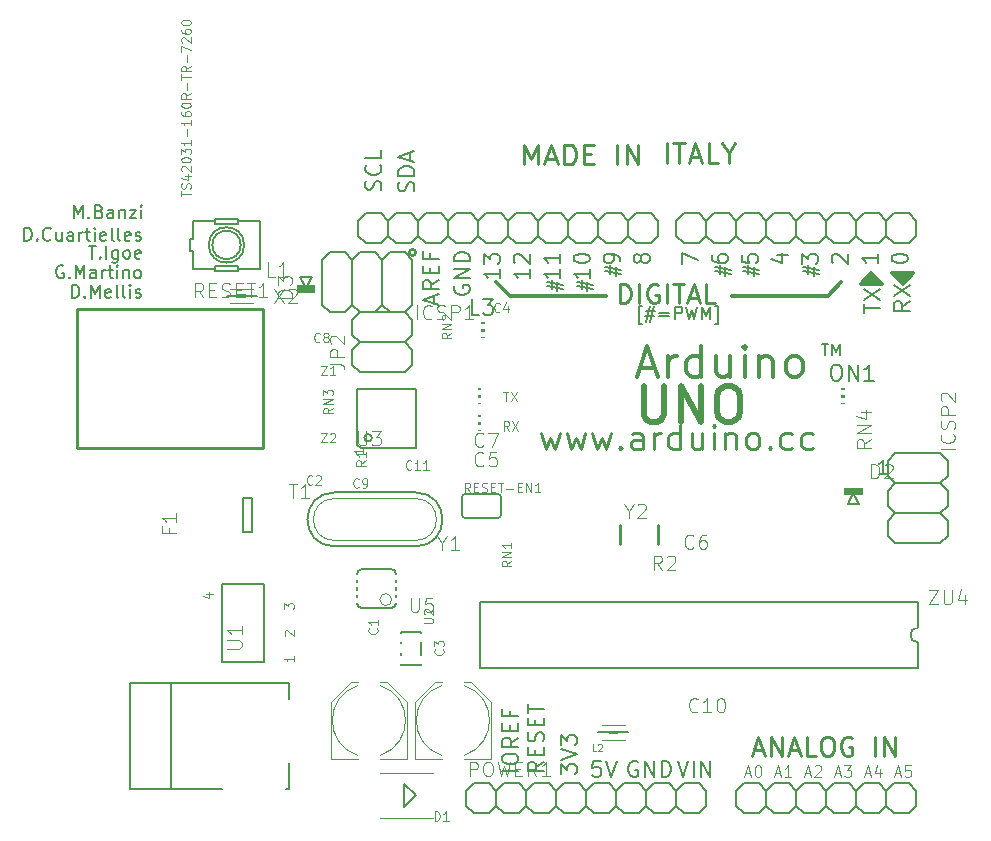
<source format=gbr>
G04 #@! TF.GenerationSoftware,KiCad,Pcbnew,5.1.4+dfsg1-1~bpo10+1*
G04 #@! TF.CreationDate,2022-07-19T17:35:19+05:30*
G04 #@! TF.ProjectId,UNO-TH_Rev3e,554e4f2d-5448-45f5-9265-7633652e6b69,rev?*
G04 #@! TF.SameCoordinates,Original*
G04 #@! TF.FileFunction,Legend,Top*
G04 #@! TF.FilePolarity,Positive*
%FSLAX46Y46*%
G04 Gerber Fmt 4.6, Leading zero omitted, Abs format (unit mm)*
G04 Created by KiCad (PCBNEW 5.1.4+dfsg1-1~bpo10+1) date 2022-07-19 17:35:19*
%MOMM*%
%LPD*%
G04 APERTURE LIST*
%ADD10C,0.304800*%
%ADD11C,0.254000*%
%ADD12C,0.170688*%
%ADD13C,0.121920*%
%ADD14C,0.251460*%
%ADD15C,0.335280*%
%ADD16C,0.142240*%
%ADD17C,0.190500*%
%ADD18C,0.137160*%
%ADD19C,0.266700*%
%ADD20C,0.476250*%
%ADD21C,0.203200*%
%ADD22C,0.145288*%
%ADD23C,0.262128*%
%ADD24C,0.127000*%
%ADD25C,0.152400*%
%ADD26C,0.101600*%
%ADD27C,0.100000*%
%ADD28C,0.070000*%
%ADD29C,0.050800*%
%ADD30C,0.220000*%
%ADD31C,0.150000*%
%ADD32C,0.120650*%
%ADD33C,0.061772*%
%ADD34C,0.202692*%
%ADD35C,0.077216*%
%ADD36C,0.097536*%
%ADD37C,0.065024*%
%ADD38C,0.115824*%
%ADD39C,0.096520*%
%ADD40C,0.046329*%
G04 APERTURE END LIST*
D10*
X174282100Y-85572600D02*
X176060100Y-85572600D01*
X176060100Y-85572600D02*
X175171100Y-84683600D01*
X175171100Y-84683600D02*
X174282100Y-85572600D01*
X178727100Y-84683600D02*
X176949100Y-84683600D01*
X176949100Y-84683600D02*
X177838100Y-85572600D01*
X177838100Y-85572600D02*
X178727100Y-84683600D01*
X174663100Y-85445600D02*
X175171100Y-84937600D01*
X175171100Y-84937600D02*
X175679100Y-85445600D01*
X175679100Y-85445600D02*
X174917100Y-85445600D01*
X174917100Y-85445600D02*
X175298100Y-85191600D01*
X177330100Y-84810600D02*
X178346100Y-84810600D01*
X178346100Y-84810600D02*
X177838100Y-85318600D01*
X177838100Y-85318600D02*
X177457100Y-84937600D01*
X177457100Y-84937600D02*
X177965100Y-84937600D01*
X177838100Y-85064600D02*
X177838100Y-85191600D01*
X152692100Y-86588600D02*
X144564100Y-86588600D01*
X144564100Y-86588600D02*
X143421100Y-85445600D01*
X171488100Y-86588600D02*
X163360100Y-86588600D01*
X172631100Y-85445600D02*
X171488100Y-86588600D01*
D11*
X136563100Y-82905600D02*
G75*
G03X136563100Y-82905600I-254000J0D01*
G01*
D12*
X152244247Y-125939973D02*
X151600780Y-125939973D01*
X151536433Y-126583440D01*
X151600780Y-126519093D01*
X151729473Y-126454746D01*
X152051207Y-126454746D01*
X152179900Y-126519093D01*
X152244247Y-126583440D01*
X152308593Y-126712133D01*
X152308593Y-127033866D01*
X152244247Y-127162560D01*
X152179900Y-127226906D01*
X152051207Y-127291253D01*
X151729473Y-127291253D01*
X151600780Y-127226906D01*
X151536433Y-127162560D01*
X152694673Y-125939973D02*
X153145100Y-127291253D01*
X153595527Y-125939973D01*
D13*
X164462795Y-127021666D02*
X164922414Y-127021666D01*
X164370871Y-127297438D02*
X164692605Y-126332238D01*
X165014338Y-127297438D01*
X165519919Y-126332238D02*
X165611843Y-126332238D01*
X165703767Y-126378200D01*
X165749728Y-126424161D01*
X165795690Y-126516085D01*
X165841652Y-126699933D01*
X165841652Y-126929742D01*
X165795690Y-127113590D01*
X165749728Y-127205514D01*
X165703767Y-127251476D01*
X165611843Y-127297438D01*
X165519919Y-127297438D01*
X165427995Y-127251476D01*
X165382033Y-127205514D01*
X165336071Y-127113590D01*
X165290109Y-126929742D01*
X165290109Y-126699933D01*
X165336071Y-126516085D01*
X165382033Y-126424161D01*
X165427995Y-126378200D01*
X165519919Y-126332238D01*
D14*
X165223897Y-125046740D02*
X165982269Y-125046740D01*
X165072223Y-125501762D02*
X165603083Y-123909182D01*
X166133943Y-125501762D01*
X166664803Y-125501762D02*
X166664803Y-123909182D01*
X167574849Y-125501762D01*
X167574849Y-123909182D01*
X168257383Y-125046740D02*
X169015754Y-125046740D01*
X168105709Y-125501762D02*
X168636569Y-123909182D01*
X169167429Y-125501762D01*
X170456660Y-125501762D02*
X169698289Y-125501762D01*
X169698289Y-123909182D01*
X171290869Y-123909182D02*
X171594217Y-123909182D01*
X171745891Y-123985020D01*
X171897566Y-124136694D01*
X171973403Y-124440042D01*
X171973403Y-124970902D01*
X171897566Y-125274251D01*
X171745891Y-125425925D01*
X171594217Y-125501762D01*
X171290869Y-125501762D01*
X171139194Y-125425925D01*
X170987520Y-125274251D01*
X170911683Y-124970902D01*
X170911683Y-124440042D01*
X170987520Y-124136694D01*
X171139194Y-123985020D01*
X171290869Y-123909182D01*
X173490146Y-123985020D02*
X173338471Y-123909182D01*
X173110960Y-123909182D01*
X172883449Y-123985020D01*
X172731774Y-124136694D01*
X172655937Y-124288368D01*
X172580100Y-124591717D01*
X172580100Y-124819228D01*
X172655937Y-125122577D01*
X172731774Y-125274251D01*
X172883449Y-125425925D01*
X173110960Y-125501762D01*
X173262634Y-125501762D01*
X173490146Y-125425925D01*
X173565983Y-125350088D01*
X173565983Y-124819228D01*
X173262634Y-124819228D01*
X175461911Y-125501762D02*
X175461911Y-123909182D01*
X176220283Y-125501762D02*
X176220283Y-123909182D01*
X177130329Y-125501762D01*
X177130329Y-123909182D01*
X153906134Y-87183562D02*
X153906134Y-85590982D01*
X154285320Y-85590982D01*
X154512831Y-85666820D01*
X154664506Y-85818494D01*
X154740343Y-85970168D01*
X154816180Y-86273517D01*
X154816180Y-86501028D01*
X154740343Y-86804377D01*
X154664506Y-86956051D01*
X154512831Y-87107725D01*
X154285320Y-87183562D01*
X153906134Y-87183562D01*
X155498714Y-87183562D02*
X155498714Y-85590982D01*
X157091294Y-85666820D02*
X156939620Y-85590982D01*
X156712109Y-85590982D01*
X156484597Y-85666820D01*
X156332923Y-85818494D01*
X156257086Y-85970168D01*
X156181249Y-86273517D01*
X156181249Y-86501028D01*
X156257086Y-86804377D01*
X156332923Y-86956051D01*
X156484597Y-87107725D01*
X156712109Y-87183562D01*
X156863783Y-87183562D01*
X157091294Y-87107725D01*
X157167131Y-87031888D01*
X157167131Y-86501028D01*
X156863783Y-86501028D01*
X157849666Y-87183562D02*
X157849666Y-85590982D01*
X158380526Y-85590982D02*
X159290571Y-85590982D01*
X158835549Y-87183562D02*
X158835549Y-85590982D01*
X159745594Y-86728540D02*
X160503966Y-86728540D01*
X159593920Y-87183562D02*
X160124780Y-85590982D01*
X160655640Y-87183562D01*
X161944871Y-87183562D02*
X161186500Y-87183562D01*
X161186500Y-85590982D01*
D15*
X155574612Y-92688833D02*
X156838565Y-92688833D01*
X155321822Y-93447204D02*
X156206589Y-90792904D01*
X157091355Y-93447204D01*
X157976122Y-93447204D02*
X157976122Y-91677671D01*
X157976122Y-92183252D02*
X158102517Y-91930461D01*
X158228912Y-91804066D01*
X158481703Y-91677671D01*
X158734493Y-91677671D01*
X160756817Y-93447204D02*
X160756817Y-90792904D01*
X160756817Y-93320809D02*
X160504027Y-93447204D01*
X159998446Y-93447204D01*
X159745655Y-93320809D01*
X159619260Y-93194414D01*
X159492865Y-92941623D01*
X159492865Y-92183252D01*
X159619260Y-91930461D01*
X159745655Y-91804066D01*
X159998446Y-91677671D01*
X160504027Y-91677671D01*
X160756817Y-91804066D01*
X163158327Y-91677671D02*
X163158327Y-93447204D01*
X162020770Y-91677671D02*
X162020770Y-93068019D01*
X162147165Y-93320809D01*
X162399955Y-93447204D01*
X162779141Y-93447204D01*
X163031932Y-93320809D01*
X163158327Y-93194414D01*
X164422279Y-93447204D02*
X164422279Y-91677671D01*
X164422279Y-90792904D02*
X164295884Y-90919300D01*
X164422279Y-91045695D01*
X164548674Y-90919300D01*
X164422279Y-90792904D01*
X164422279Y-91045695D01*
X165686232Y-91677671D02*
X165686232Y-93447204D01*
X165686232Y-91930461D02*
X165812627Y-91804066D01*
X166065417Y-91677671D01*
X166444603Y-91677671D01*
X166697393Y-91804066D01*
X166823789Y-92056857D01*
X166823789Y-93447204D01*
X168466927Y-93447204D02*
X168214136Y-93320809D01*
X168087741Y-93194414D01*
X167961346Y-92941623D01*
X167961346Y-92183252D01*
X168087741Y-91930461D01*
X168214136Y-91804066D01*
X168466927Y-91677671D01*
X168846112Y-91677671D01*
X169098903Y-91804066D01*
X169225298Y-91930461D01*
X169351693Y-92183252D01*
X169351693Y-92941623D01*
X169225298Y-93194414D01*
X169098903Y-93320809D01*
X168846112Y-93447204D01*
X168466927Y-93447204D01*
D16*
X138128753Y-87236816D02*
X138128753Y-86593349D01*
X138514833Y-87365509D02*
X137163553Y-86915082D01*
X138514833Y-86464656D01*
X138514833Y-85242069D02*
X137871366Y-85692496D01*
X138514833Y-86014229D02*
X137163553Y-86014229D01*
X137163553Y-85499456D01*
X137227900Y-85370762D01*
X137292246Y-85306416D01*
X137420940Y-85242069D01*
X137613980Y-85242069D01*
X137742673Y-85306416D01*
X137807020Y-85370762D01*
X137871366Y-85499456D01*
X137871366Y-86014229D01*
X137807020Y-84662949D02*
X137807020Y-84212522D01*
X138514833Y-84019482D02*
X138514833Y-84662949D01*
X137163553Y-84662949D01*
X137163553Y-84019482D01*
X137807020Y-82989936D02*
X137807020Y-83440362D01*
X138514833Y-83440362D02*
X137163553Y-83440362D01*
X137163553Y-82796896D01*
D17*
X176500563Y-101671747D02*
X175811134Y-101671747D01*
X176155848Y-101671747D02*
X176155848Y-100465247D01*
X176040944Y-100637604D01*
X175926039Y-100752509D01*
X175811134Y-100809961D01*
D16*
X139884100Y-85717896D02*
X139819753Y-85846589D01*
X139819753Y-86039629D01*
X139884100Y-86232669D01*
X140012793Y-86361362D01*
X140141486Y-86425709D01*
X140398873Y-86490056D01*
X140591913Y-86490056D01*
X140849300Y-86425709D01*
X140977993Y-86361362D01*
X141106686Y-86232669D01*
X141171033Y-86039629D01*
X141171033Y-85910936D01*
X141106686Y-85717896D01*
X141042340Y-85653549D01*
X140591913Y-85653549D01*
X140591913Y-85910936D01*
X141171033Y-85074429D02*
X139819753Y-85074429D01*
X141171033Y-84302269D01*
X139819753Y-84302269D01*
X141171033Y-83658802D02*
X139819753Y-83658802D01*
X139819753Y-83337069D01*
X139884100Y-83144029D01*
X140012793Y-83015336D01*
X140141486Y-82950989D01*
X140398873Y-82886642D01*
X140591913Y-82886642D01*
X140849300Y-82950989D01*
X140977993Y-83015336D01*
X141106686Y-83144029D01*
X141171033Y-83337069D01*
X141171033Y-83658802D01*
D18*
X107667624Y-80002742D02*
X107667624Y-78916892D01*
X108029574Y-79692500D01*
X108391524Y-78916892D01*
X108391524Y-80002742D01*
X108908596Y-79899328D02*
X108960303Y-79951035D01*
X108908596Y-80002742D01*
X108856888Y-79951035D01*
X108908596Y-79899328D01*
X108908596Y-80002742D01*
X109787617Y-79433964D02*
X109942738Y-79485671D01*
X109994446Y-79537378D01*
X110046153Y-79640792D01*
X110046153Y-79795914D01*
X109994446Y-79899328D01*
X109942738Y-79951035D01*
X109839324Y-80002742D01*
X109425667Y-80002742D01*
X109425667Y-78916892D01*
X109787617Y-78916892D01*
X109891031Y-78968600D01*
X109942738Y-79020307D01*
X109994446Y-79123721D01*
X109994446Y-79227135D01*
X109942738Y-79330550D01*
X109891031Y-79382257D01*
X109787617Y-79433964D01*
X109425667Y-79433964D01*
X110976881Y-80002742D02*
X110976881Y-79433964D01*
X110925174Y-79330550D01*
X110821760Y-79278842D01*
X110614931Y-79278842D01*
X110511517Y-79330550D01*
X110976881Y-79951035D02*
X110873467Y-80002742D01*
X110614931Y-80002742D01*
X110511517Y-79951035D01*
X110459810Y-79847621D01*
X110459810Y-79744207D01*
X110511517Y-79640792D01*
X110614931Y-79589085D01*
X110873467Y-79589085D01*
X110976881Y-79537378D01*
X111493953Y-79278842D02*
X111493953Y-80002742D01*
X111493953Y-79382257D02*
X111545660Y-79330550D01*
X111649074Y-79278842D01*
X111804196Y-79278842D01*
X111907610Y-79330550D01*
X111959317Y-79433964D01*
X111959317Y-80002742D01*
X112372974Y-79278842D02*
X112941753Y-79278842D01*
X112372974Y-80002742D01*
X112941753Y-80002742D01*
X113355410Y-80002742D02*
X113355410Y-79278842D01*
X113355410Y-78916892D02*
X113303703Y-78968600D01*
X113355410Y-79020307D01*
X113407117Y-78968600D01*
X113355410Y-78916892D01*
X113355410Y-79020307D01*
X103454853Y-81907742D02*
X103454853Y-80821892D01*
X103713388Y-80821892D01*
X103868510Y-80873600D01*
X103971924Y-80977014D01*
X104023631Y-81080428D01*
X104075338Y-81287257D01*
X104075338Y-81442378D01*
X104023631Y-81649207D01*
X103971924Y-81752621D01*
X103868510Y-81856035D01*
X103713388Y-81907742D01*
X103454853Y-81907742D01*
X104540703Y-81804328D02*
X104592410Y-81856035D01*
X104540703Y-81907742D01*
X104488996Y-81856035D01*
X104540703Y-81804328D01*
X104540703Y-81907742D01*
X105678260Y-81804328D02*
X105626553Y-81856035D01*
X105471431Y-81907742D01*
X105368017Y-81907742D01*
X105212896Y-81856035D01*
X105109481Y-81752621D01*
X105057774Y-81649207D01*
X105006067Y-81442378D01*
X105006067Y-81287257D01*
X105057774Y-81080428D01*
X105109481Y-80977014D01*
X105212896Y-80873600D01*
X105368017Y-80821892D01*
X105471431Y-80821892D01*
X105626553Y-80873600D01*
X105678260Y-80925307D01*
X106608988Y-81183842D02*
X106608988Y-81907742D01*
X106143624Y-81183842D02*
X106143624Y-81752621D01*
X106195331Y-81856035D01*
X106298746Y-81907742D01*
X106453867Y-81907742D01*
X106557281Y-81856035D01*
X106608988Y-81804328D01*
X107591424Y-81907742D02*
X107591424Y-81338964D01*
X107539717Y-81235550D01*
X107436303Y-81183842D01*
X107229474Y-81183842D01*
X107126060Y-81235550D01*
X107591424Y-81856035D02*
X107488010Y-81907742D01*
X107229474Y-81907742D01*
X107126060Y-81856035D01*
X107074353Y-81752621D01*
X107074353Y-81649207D01*
X107126060Y-81545792D01*
X107229474Y-81494085D01*
X107488010Y-81494085D01*
X107591424Y-81442378D01*
X108108496Y-81907742D02*
X108108496Y-81183842D01*
X108108496Y-81390671D02*
X108160203Y-81287257D01*
X108211910Y-81235550D01*
X108315324Y-81183842D01*
X108418738Y-81183842D01*
X108625567Y-81183842D02*
X109039224Y-81183842D01*
X108780688Y-80821892D02*
X108780688Y-81752621D01*
X108832396Y-81856035D01*
X108935810Y-81907742D01*
X109039224Y-81907742D01*
X109401174Y-81907742D02*
X109401174Y-81183842D01*
X109401174Y-80821892D02*
X109349467Y-80873600D01*
X109401174Y-80925307D01*
X109452881Y-80873600D01*
X109401174Y-80821892D01*
X109401174Y-80925307D01*
X110331903Y-81856035D02*
X110228488Y-81907742D01*
X110021660Y-81907742D01*
X109918246Y-81856035D01*
X109866538Y-81752621D01*
X109866538Y-81338964D01*
X109918246Y-81235550D01*
X110021660Y-81183842D01*
X110228488Y-81183842D01*
X110331903Y-81235550D01*
X110383610Y-81338964D01*
X110383610Y-81442378D01*
X109866538Y-81545792D01*
X111004096Y-81907742D02*
X110900681Y-81856035D01*
X110848974Y-81752621D01*
X110848974Y-80821892D01*
X111572874Y-81907742D02*
X111469460Y-81856035D01*
X111417753Y-81752621D01*
X111417753Y-80821892D01*
X112400188Y-81856035D02*
X112296774Y-81907742D01*
X112089946Y-81907742D01*
X111986531Y-81856035D01*
X111934824Y-81752621D01*
X111934824Y-81338964D01*
X111986531Y-81235550D01*
X112089946Y-81183842D01*
X112296774Y-81183842D01*
X112400188Y-81235550D01*
X112451896Y-81338964D01*
X112451896Y-81442378D01*
X111934824Y-81545792D01*
X112865553Y-81856035D02*
X112968967Y-81907742D01*
X113175796Y-81907742D01*
X113279210Y-81856035D01*
X113330917Y-81752621D01*
X113330917Y-81700914D01*
X113279210Y-81597500D01*
X113175796Y-81545792D01*
X113020674Y-81545792D01*
X112917260Y-81494085D01*
X112865553Y-81390671D01*
X112865553Y-81338964D01*
X112917260Y-81235550D01*
X113020674Y-81183842D01*
X113175796Y-81183842D01*
X113279210Y-81235550D01*
X107488010Y-86733742D02*
X107488010Y-85647892D01*
X107746546Y-85647892D01*
X107901667Y-85699600D01*
X108005081Y-85803014D01*
X108056788Y-85906428D01*
X108108496Y-86113257D01*
X108108496Y-86268378D01*
X108056788Y-86475207D01*
X108005081Y-86578621D01*
X107901667Y-86682035D01*
X107746546Y-86733742D01*
X107488010Y-86733742D01*
X108573860Y-86630328D02*
X108625567Y-86682035D01*
X108573860Y-86733742D01*
X108522153Y-86682035D01*
X108573860Y-86630328D01*
X108573860Y-86733742D01*
X109090931Y-86733742D02*
X109090931Y-85647892D01*
X109452881Y-86423500D01*
X109814831Y-85647892D01*
X109814831Y-86733742D01*
X110745560Y-86682035D02*
X110642146Y-86733742D01*
X110435317Y-86733742D01*
X110331903Y-86682035D01*
X110280196Y-86578621D01*
X110280196Y-86164964D01*
X110331903Y-86061550D01*
X110435317Y-86009842D01*
X110642146Y-86009842D01*
X110745560Y-86061550D01*
X110797267Y-86164964D01*
X110797267Y-86268378D01*
X110280196Y-86371792D01*
X111417753Y-86733742D02*
X111314338Y-86682035D01*
X111262631Y-86578621D01*
X111262631Y-85647892D01*
X111986531Y-86733742D02*
X111883117Y-86682035D01*
X111831410Y-86578621D01*
X111831410Y-85647892D01*
X112400188Y-86733742D02*
X112400188Y-86009842D01*
X112400188Y-85647892D02*
X112348481Y-85699600D01*
X112400188Y-85751307D01*
X112451896Y-85699600D01*
X112400188Y-85647892D01*
X112400188Y-85751307D01*
X112865553Y-86682035D02*
X112968967Y-86733742D01*
X113175796Y-86733742D01*
X113279210Y-86682035D01*
X113330917Y-86578621D01*
X113330917Y-86526914D01*
X113279210Y-86423500D01*
X113175796Y-86371792D01*
X113020674Y-86371792D01*
X112917260Y-86320085D01*
X112865553Y-86216671D01*
X112865553Y-86164964D01*
X112917260Y-86061550D01*
X113020674Y-86009842D01*
X113175796Y-86009842D01*
X113279210Y-86061550D01*
D16*
X174513073Y-88006250D02*
X174513073Y-87234090D01*
X175864353Y-87620170D02*
X174513073Y-87620170D01*
X174513073Y-86912357D02*
X175864353Y-86011504D01*
X174513073Y-86011504D02*
X175864353Y-86912357D01*
X178408753Y-87053250D02*
X177765286Y-87503677D01*
X178408753Y-87825410D02*
X177057473Y-87825410D01*
X177057473Y-87310637D01*
X177121820Y-87181944D01*
X177186166Y-87117597D01*
X177314860Y-87053250D01*
X177507900Y-87053250D01*
X177636593Y-87117597D01*
X177700940Y-87181944D01*
X177765286Y-87310637D01*
X177765286Y-87825410D01*
X177057473Y-86602824D02*
X178408753Y-85701970D01*
X177057473Y-85701970D02*
X178408753Y-86602824D01*
D13*
X143996688Y-94679830D02*
X144437922Y-94679830D01*
X144217305Y-95451990D02*
X144217305Y-94679830D01*
X144621770Y-94679830D02*
X145136543Y-95451990D01*
X145136543Y-94679830D02*
X144621770Y-95451990D01*
X144506429Y-97981830D02*
X144249043Y-97614135D01*
X144065195Y-97981830D02*
X144065195Y-97209670D01*
X144359351Y-97209670D01*
X144432890Y-97246440D01*
X144469660Y-97283209D01*
X144506429Y-97356748D01*
X144506429Y-97467057D01*
X144469660Y-97540596D01*
X144432890Y-97577365D01*
X144359351Y-97614135D01*
X144065195Y-97614135D01*
X144763816Y-97209670D02*
X145278589Y-97981830D01*
X145278589Y-97209670D02*
X144763816Y-97981830D01*
D18*
X106764110Y-84048600D02*
X106660696Y-83996892D01*
X106505574Y-83996892D01*
X106350453Y-84048600D01*
X106247038Y-84152014D01*
X106195331Y-84255428D01*
X106143624Y-84462257D01*
X106143624Y-84617378D01*
X106195331Y-84824207D01*
X106247038Y-84927621D01*
X106350453Y-85031035D01*
X106505574Y-85082742D01*
X106608988Y-85082742D01*
X106764110Y-85031035D01*
X106815817Y-84979328D01*
X106815817Y-84617378D01*
X106608988Y-84617378D01*
X107281181Y-84979328D02*
X107332888Y-85031035D01*
X107281181Y-85082742D01*
X107229474Y-85031035D01*
X107281181Y-84979328D01*
X107281181Y-85082742D01*
X107798253Y-85082742D02*
X107798253Y-83996892D01*
X108160203Y-84772500D01*
X108522153Y-83996892D01*
X108522153Y-85082742D01*
X109504588Y-85082742D02*
X109504588Y-84513964D01*
X109452881Y-84410550D01*
X109349467Y-84358842D01*
X109142638Y-84358842D01*
X109039224Y-84410550D01*
X109504588Y-85031035D02*
X109401174Y-85082742D01*
X109142638Y-85082742D01*
X109039224Y-85031035D01*
X108987517Y-84927621D01*
X108987517Y-84824207D01*
X109039224Y-84720792D01*
X109142638Y-84669085D01*
X109401174Y-84669085D01*
X109504588Y-84617378D01*
X110021660Y-85082742D02*
X110021660Y-84358842D01*
X110021660Y-84565671D02*
X110073367Y-84462257D01*
X110125074Y-84410550D01*
X110228488Y-84358842D01*
X110331903Y-84358842D01*
X110538731Y-84358842D02*
X110952388Y-84358842D01*
X110693853Y-83996892D02*
X110693853Y-84927621D01*
X110745560Y-85031035D01*
X110848974Y-85082742D01*
X110952388Y-85082742D01*
X111314338Y-85082742D02*
X111314338Y-84358842D01*
X111314338Y-83996892D02*
X111262631Y-84048600D01*
X111314338Y-84100307D01*
X111366046Y-84048600D01*
X111314338Y-83996892D01*
X111314338Y-84100307D01*
X111831410Y-84358842D02*
X111831410Y-85082742D01*
X111831410Y-84462257D02*
X111883117Y-84410550D01*
X111986531Y-84358842D01*
X112141653Y-84358842D01*
X112245067Y-84410550D01*
X112296774Y-84513964D01*
X112296774Y-85082742D01*
X112968967Y-85082742D02*
X112865553Y-85031035D01*
X112813846Y-84979328D01*
X112762138Y-84875914D01*
X112762138Y-84565671D01*
X112813846Y-84462257D01*
X112865553Y-84410550D01*
X112968967Y-84358842D01*
X113124088Y-84358842D01*
X113227503Y-84410550D01*
X113279210Y-84462257D01*
X113330917Y-84565671D01*
X113330917Y-84875914D01*
X113279210Y-84979328D01*
X113227503Y-85031035D01*
X113124088Y-85082742D01*
X112968967Y-85082742D01*
D19*
X145774621Y-75459166D02*
X145774621Y-73770066D01*
X146337655Y-74976566D01*
X146900688Y-73770066D01*
X146900688Y-75459166D01*
X147624588Y-74976566D02*
X148428921Y-74976566D01*
X147463721Y-75459166D02*
X148026755Y-73770066D01*
X148589788Y-75459166D01*
X149152821Y-75459166D02*
X149152821Y-73770066D01*
X149554988Y-73770066D01*
X149796288Y-73850500D01*
X149957155Y-74011366D01*
X150037588Y-74172233D01*
X150118021Y-74493966D01*
X150118021Y-74735266D01*
X150037588Y-75057000D01*
X149957155Y-75217866D01*
X149796288Y-75378733D01*
X149554988Y-75459166D01*
X149152821Y-75459166D01*
X150841921Y-74574400D02*
X151404955Y-74574400D01*
X151646255Y-75459166D02*
X150841921Y-75459166D01*
X150841921Y-73770066D01*
X151646255Y-73770066D01*
X153657088Y-75459166D02*
X153657088Y-73770066D01*
X154461421Y-75459166D02*
X154461421Y-73770066D01*
X155426621Y-75459166D01*
X155426621Y-73770066D01*
X157839621Y-75332166D02*
X157839621Y-73643066D01*
X158402655Y-73643066D02*
X159367855Y-73643066D01*
X158885255Y-75332166D02*
X158885255Y-73643066D01*
X159850455Y-74849566D02*
X160654788Y-74849566D01*
X159689588Y-75332166D02*
X160252621Y-73643066D01*
X160815655Y-75332166D01*
X162183021Y-75332166D02*
X161378688Y-75332166D01*
X161378688Y-73643066D01*
X163067788Y-74527833D02*
X163067788Y-75332166D01*
X162504755Y-73643066D02*
X163067788Y-74527833D01*
X163630821Y-73643066D01*
D18*
X108884103Y-82345892D02*
X109504588Y-82345892D01*
X109194346Y-83431742D02*
X109194346Y-82345892D01*
X109866538Y-83328328D02*
X109918246Y-83380035D01*
X109866538Y-83431742D01*
X109814831Y-83380035D01*
X109866538Y-83328328D01*
X109866538Y-83431742D01*
X110383610Y-83431742D02*
X110383610Y-82345892D01*
X111366046Y-82707842D02*
X111366046Y-83586864D01*
X111314338Y-83690278D01*
X111262631Y-83741985D01*
X111159217Y-83793692D01*
X111004096Y-83793692D01*
X110900681Y-83741985D01*
X111366046Y-83380035D02*
X111262631Y-83431742D01*
X111055803Y-83431742D01*
X110952388Y-83380035D01*
X110900681Y-83328328D01*
X110848974Y-83224914D01*
X110848974Y-82914671D01*
X110900681Y-82811257D01*
X110952388Y-82759550D01*
X111055803Y-82707842D01*
X111262631Y-82707842D01*
X111366046Y-82759550D01*
X112038238Y-83431742D02*
X111934824Y-83380035D01*
X111883117Y-83328328D01*
X111831410Y-83224914D01*
X111831410Y-82914671D01*
X111883117Y-82811257D01*
X111934824Y-82759550D01*
X112038238Y-82707842D01*
X112193360Y-82707842D01*
X112296774Y-82759550D01*
X112348481Y-82811257D01*
X112400188Y-82914671D01*
X112400188Y-83224914D01*
X112348481Y-83328328D01*
X112296774Y-83380035D01*
X112193360Y-83431742D01*
X112038238Y-83431742D01*
X113279210Y-83380035D02*
X113175796Y-83431742D01*
X112968967Y-83431742D01*
X112865553Y-83380035D01*
X112813846Y-83276621D01*
X112813846Y-82862964D01*
X112865553Y-82759550D01*
X112968967Y-82707842D01*
X113175796Y-82707842D01*
X113279210Y-82759550D01*
X113330917Y-82862964D01*
X113330917Y-82966378D01*
X112813846Y-83069792D01*
D20*
X155878817Y-94223719D02*
X155878817Y-96665445D01*
X156022448Y-96952707D01*
X156166079Y-97096338D01*
X156453341Y-97239969D01*
X157027864Y-97239969D01*
X157315126Y-97096338D01*
X157458757Y-96952707D01*
X157602388Y-96665445D01*
X157602388Y-94223719D01*
X159038698Y-97239969D02*
X159038698Y-94223719D01*
X160762269Y-97239969D01*
X160762269Y-94223719D01*
X162773102Y-94223719D02*
X163347626Y-94223719D01*
X163634888Y-94367350D01*
X163922150Y-94654611D01*
X164065781Y-95229135D01*
X164065781Y-96234552D01*
X163922150Y-96809076D01*
X163634888Y-97096338D01*
X163347626Y-97239969D01*
X162773102Y-97239969D01*
X162485841Y-97096338D01*
X162198579Y-96809076D01*
X162054948Y-96234552D01*
X162054948Y-95229135D01*
X162198579Y-94654611D01*
X162485841Y-94367350D01*
X162773102Y-94223719D01*
D16*
X147420753Y-126042250D02*
X146777286Y-126492677D01*
X147420753Y-126814410D02*
X146069473Y-126814410D01*
X146069473Y-126299637D01*
X146133820Y-126170944D01*
X146198166Y-126106597D01*
X146326860Y-126042250D01*
X146519900Y-126042250D01*
X146648593Y-126106597D01*
X146712940Y-126170944D01*
X146777286Y-126299637D01*
X146777286Y-126814410D01*
X146712940Y-125463130D02*
X146712940Y-125012704D01*
X147420753Y-124819664D02*
X147420753Y-125463130D01*
X146069473Y-125463130D01*
X146069473Y-124819664D01*
X147356406Y-124304890D02*
X147420753Y-124111850D01*
X147420753Y-123790117D01*
X147356406Y-123661424D01*
X147292060Y-123597077D01*
X147163366Y-123532730D01*
X147034673Y-123532730D01*
X146905980Y-123597077D01*
X146841633Y-123661424D01*
X146777286Y-123790117D01*
X146712940Y-124047504D01*
X146648593Y-124176197D01*
X146584246Y-124240544D01*
X146455553Y-124304890D01*
X146326860Y-124304890D01*
X146198166Y-124240544D01*
X146133820Y-124176197D01*
X146069473Y-124047504D01*
X146069473Y-123725770D01*
X146133820Y-123532730D01*
X146712940Y-122953610D02*
X146712940Y-122503184D01*
X147420753Y-122310144D02*
X147420753Y-122953610D01*
X146069473Y-122953610D01*
X146069473Y-122310144D01*
X146069473Y-121924064D02*
X146069473Y-121151904D01*
X147420753Y-121537984D02*
X146069473Y-121537984D01*
X148863473Y-127070104D02*
X148863473Y-126233597D01*
X149378246Y-126684024D01*
X149378246Y-126490984D01*
X149442593Y-126362290D01*
X149506940Y-126297944D01*
X149635633Y-126233597D01*
X149957366Y-126233597D01*
X150086060Y-126297944D01*
X150150406Y-126362290D01*
X150214753Y-126490984D01*
X150214753Y-126877064D01*
X150150406Y-127005757D01*
X150086060Y-127070104D01*
X148863473Y-125847517D02*
X150214753Y-125397090D01*
X148863473Y-124946664D01*
X148863473Y-124624930D02*
X148863473Y-123788424D01*
X149378246Y-124238850D01*
X149378246Y-124045810D01*
X149442593Y-123917117D01*
X149506940Y-123852770D01*
X149635633Y-123788424D01*
X149957366Y-123788424D01*
X150086060Y-123852770D01*
X150150406Y-123917117D01*
X150214753Y-124045810D01*
X150214753Y-124431890D01*
X150150406Y-124560584D01*
X150086060Y-124624930D01*
D21*
X170950103Y-90657438D02*
X171501646Y-90657438D01*
X171225875Y-91622638D02*
X171225875Y-90657438D01*
X171823380Y-91622638D02*
X171823380Y-90657438D01*
X172145113Y-91346866D01*
X172466846Y-90657438D01*
X172466846Y-91622638D01*
D13*
X167002795Y-127021666D02*
X167462414Y-127021666D01*
X166910871Y-127297438D02*
X167232605Y-126332238D01*
X167554338Y-127297438D01*
X168381652Y-127297438D02*
X167830109Y-127297438D01*
X168105881Y-127297438D02*
X168105881Y-126332238D01*
X168013957Y-126470123D01*
X167922033Y-126562047D01*
X167830109Y-126608009D01*
X169542795Y-127021666D02*
X170002414Y-127021666D01*
X169450871Y-127297438D02*
X169772605Y-126332238D01*
X170094338Y-127297438D01*
X170370109Y-126424161D02*
X170416071Y-126378200D01*
X170507995Y-126332238D01*
X170737805Y-126332238D01*
X170829728Y-126378200D01*
X170875690Y-126424161D01*
X170921652Y-126516085D01*
X170921652Y-126608009D01*
X170875690Y-126745895D01*
X170324148Y-127297438D01*
X170921652Y-127297438D01*
X172082795Y-127021666D02*
X172542414Y-127021666D01*
X171990871Y-127297438D02*
X172312605Y-126332238D01*
X172634338Y-127297438D01*
X172864148Y-126332238D02*
X173461652Y-126332238D01*
X173139919Y-126699933D01*
X173277805Y-126699933D01*
X173369728Y-126745895D01*
X173415690Y-126791857D01*
X173461652Y-126883780D01*
X173461652Y-127113590D01*
X173415690Y-127205514D01*
X173369728Y-127251476D01*
X173277805Y-127297438D01*
X173002033Y-127297438D01*
X172910109Y-127251476D01*
X172864148Y-127205514D01*
X174622795Y-127021666D02*
X175082414Y-127021666D01*
X174530871Y-127297438D02*
X174852605Y-126332238D01*
X175174338Y-127297438D01*
X175909728Y-126653971D02*
X175909728Y-127297438D01*
X175679919Y-126286276D02*
X175450109Y-126975704D01*
X176047614Y-126975704D01*
X177162795Y-127021666D02*
X177622414Y-127021666D01*
X177070871Y-127297438D02*
X177392605Y-126332238D01*
X177714338Y-127297438D01*
X178495690Y-126332238D02*
X178036071Y-126332238D01*
X177990109Y-126791857D01*
X178036071Y-126745895D01*
X178127995Y-126699933D01*
X178357805Y-126699933D01*
X178449728Y-126745895D01*
X178495690Y-126791857D01*
X178541652Y-126883780D01*
X178541652Y-127113590D01*
X178495690Y-127205514D01*
X178449728Y-127251476D01*
X178357805Y-127297438D01*
X178127995Y-127297438D01*
X178036071Y-127251476D01*
X177990109Y-127205514D01*
D12*
X158773740Y-125939973D02*
X159224167Y-127291253D01*
X159674593Y-125939973D01*
X160125020Y-127291253D02*
X160125020Y-125939973D01*
X160768487Y-127291253D02*
X160768487Y-125939973D01*
X161540647Y-127291253D01*
X161540647Y-125939973D01*
X155364993Y-126017520D02*
X155236300Y-125953173D01*
X155043260Y-125953173D01*
X154850220Y-126017520D01*
X154721527Y-126146213D01*
X154657180Y-126274906D01*
X154592833Y-126532293D01*
X154592833Y-126725333D01*
X154657180Y-126982720D01*
X154721527Y-127111413D01*
X154850220Y-127240106D01*
X155043260Y-127304453D01*
X155171953Y-127304453D01*
X155364993Y-127240106D01*
X155429340Y-127175760D01*
X155429340Y-126725333D01*
X155171953Y-126725333D01*
X156008460Y-127304453D02*
X156008460Y-125953173D01*
X156780620Y-127304453D01*
X156780620Y-125953173D01*
X157424087Y-127304453D02*
X157424087Y-125953173D01*
X157745820Y-125953173D01*
X157938860Y-126017520D01*
X158067553Y-126146213D01*
X158131900Y-126274906D01*
X158196247Y-126532293D01*
X158196247Y-126725333D01*
X158131900Y-126982720D01*
X158067553Y-127111413D01*
X157938860Y-127240106D01*
X157745820Y-127304453D01*
X157424087Y-127304453D01*
X143692033Y-84306867D02*
X143692033Y-85079027D01*
X143692033Y-84692947D02*
X142340753Y-84692947D01*
X142533793Y-84821640D01*
X142662486Y-84950333D01*
X142726833Y-85079027D01*
X142340753Y-83856440D02*
X142340753Y-83019933D01*
X142855526Y-83470360D01*
X142855526Y-83277320D01*
X142919873Y-83148627D01*
X142984220Y-83084280D01*
X143112913Y-83019933D01*
X143434646Y-83019933D01*
X143563340Y-83084280D01*
X143627686Y-83148627D01*
X143692033Y-83277320D01*
X143692033Y-83663400D01*
X143627686Y-83792093D01*
X143563340Y-83856440D01*
X146232033Y-84306867D02*
X146232033Y-85079027D01*
X146232033Y-84692947D02*
X144880753Y-84692947D01*
X145073793Y-84821640D01*
X145202486Y-84950333D01*
X145266833Y-85079027D01*
X145009446Y-83792093D02*
X144945100Y-83727747D01*
X144880753Y-83599053D01*
X144880753Y-83277320D01*
X144945100Y-83148627D01*
X145009446Y-83084280D01*
X145138140Y-83019933D01*
X145266833Y-83019933D01*
X145459873Y-83084280D01*
X146232033Y-83856440D01*
X146232033Y-83019933D01*
X148772033Y-84306867D02*
X148772033Y-85079027D01*
X148772033Y-84692947D02*
X147420753Y-84692947D01*
X147613793Y-84821640D01*
X147742486Y-84950333D01*
X147806833Y-85079027D01*
X148772033Y-83019933D02*
X148772033Y-83792093D01*
X148772033Y-83406013D02*
X147420753Y-83406013D01*
X147613793Y-83534707D01*
X147742486Y-83663400D01*
X147806833Y-83792093D01*
X151312033Y-84306867D02*
X151312033Y-85079027D01*
X151312033Y-84692947D02*
X149960753Y-84692947D01*
X150153793Y-84821640D01*
X150282486Y-84950333D01*
X150346833Y-85079027D01*
X149960753Y-83470360D02*
X149960753Y-83341667D01*
X150025100Y-83212973D01*
X150089446Y-83148627D01*
X150218140Y-83084280D01*
X150475526Y-83019933D01*
X150797260Y-83019933D01*
X151054646Y-83084280D01*
X151183340Y-83148627D01*
X151247686Y-83212973D01*
X151312033Y-83341667D01*
X151312033Y-83470360D01*
X151247686Y-83599053D01*
X151183340Y-83663400D01*
X151054646Y-83727747D01*
X150797260Y-83792093D01*
X150475526Y-83792093D01*
X150218140Y-83727747D01*
X150089446Y-83663400D01*
X150025100Y-83599053D01*
X149960753Y-83470360D01*
X153852033Y-83663400D02*
X153852033Y-83406013D01*
X153787686Y-83277320D01*
X153723340Y-83212973D01*
X153530300Y-83084280D01*
X153272913Y-83019933D01*
X152758140Y-83019933D01*
X152629446Y-83084280D01*
X152565100Y-83148627D01*
X152500753Y-83277320D01*
X152500753Y-83534707D01*
X152565100Y-83663400D01*
X152629446Y-83727747D01*
X152758140Y-83792093D01*
X153079873Y-83792093D01*
X153208566Y-83727747D01*
X153272913Y-83663400D01*
X153337260Y-83534707D01*
X153337260Y-83277320D01*
X153272913Y-83148627D01*
X153208566Y-83084280D01*
X153079873Y-83019933D01*
X155619873Y-83534707D02*
X155555526Y-83663400D01*
X155491180Y-83727747D01*
X155362486Y-83792093D01*
X155298140Y-83792093D01*
X155169446Y-83727747D01*
X155105100Y-83663400D01*
X155040753Y-83534707D01*
X155040753Y-83277320D01*
X155105100Y-83148627D01*
X155169446Y-83084280D01*
X155298140Y-83019933D01*
X155362486Y-83019933D01*
X155491180Y-83084280D01*
X155555526Y-83148627D01*
X155619873Y-83277320D01*
X155619873Y-83534707D01*
X155684220Y-83663400D01*
X155748566Y-83727747D01*
X155877260Y-83792093D01*
X156134646Y-83792093D01*
X156263340Y-83727747D01*
X156327686Y-83663400D01*
X156392033Y-83534707D01*
X156392033Y-83277320D01*
X156327686Y-83148627D01*
X156263340Y-83084280D01*
X156134646Y-83019933D01*
X155877260Y-83019933D01*
X155748566Y-83084280D01*
X155684220Y-83148627D01*
X155619873Y-83277320D01*
X159104753Y-83856440D02*
X159104753Y-82955587D01*
X160456033Y-83534707D01*
X161644753Y-83148627D02*
X161644753Y-83406013D01*
X161709100Y-83534707D01*
X161773446Y-83599053D01*
X161966486Y-83727747D01*
X162223873Y-83792093D01*
X162738646Y-83792093D01*
X162867340Y-83727747D01*
X162931686Y-83663400D01*
X162996033Y-83534707D01*
X162996033Y-83277320D01*
X162931686Y-83148627D01*
X162867340Y-83084280D01*
X162738646Y-83019933D01*
X162416913Y-83019933D01*
X162288220Y-83084280D01*
X162223873Y-83148627D01*
X162159526Y-83277320D01*
X162159526Y-83534707D01*
X162223873Y-83663400D01*
X162288220Y-83727747D01*
X162416913Y-83792093D01*
X164184753Y-83084280D02*
X164184753Y-83727747D01*
X164828220Y-83792093D01*
X164763873Y-83727747D01*
X164699526Y-83599053D01*
X164699526Y-83277320D01*
X164763873Y-83148627D01*
X164828220Y-83084280D01*
X164956913Y-83019933D01*
X165278646Y-83019933D01*
X165407340Y-83084280D01*
X165471686Y-83148627D01*
X165536033Y-83277320D01*
X165536033Y-83599053D01*
X165471686Y-83727747D01*
X165407340Y-83792093D01*
X167175180Y-83148627D02*
X168076033Y-83148627D01*
X166660406Y-83470360D02*
X167625606Y-83792093D01*
X167625606Y-82955587D01*
X169264753Y-83856440D02*
X169264753Y-83019933D01*
X169779526Y-83470360D01*
X169779526Y-83277320D01*
X169843873Y-83148627D01*
X169908220Y-83084280D01*
X170036913Y-83019933D01*
X170358646Y-83019933D01*
X170487340Y-83084280D01*
X170551686Y-83148627D01*
X170616033Y-83277320D01*
X170616033Y-83663400D01*
X170551686Y-83792093D01*
X170487340Y-83856440D01*
X171933446Y-83792093D02*
X171869100Y-83727747D01*
X171804753Y-83599053D01*
X171804753Y-83277320D01*
X171869100Y-83148627D01*
X171933446Y-83084280D01*
X172062140Y-83019933D01*
X172190833Y-83019933D01*
X172383873Y-83084280D01*
X173156033Y-83856440D01*
X173156033Y-83019933D01*
X175696033Y-83019933D02*
X175696033Y-83792093D01*
X175696033Y-83406013D02*
X174344753Y-83406013D01*
X174537793Y-83534707D01*
X174666486Y-83663400D01*
X174730833Y-83792093D01*
X176884753Y-83470360D02*
X176884753Y-83341667D01*
X176949100Y-83212973D01*
X177013446Y-83148627D01*
X177142140Y-83084280D01*
X177399526Y-83019933D01*
X177721260Y-83019933D01*
X177978646Y-83084280D01*
X178107340Y-83148627D01*
X178171686Y-83212973D01*
X178236033Y-83341667D01*
X178236033Y-83470360D01*
X178171686Y-83599053D01*
X178107340Y-83663400D01*
X177978646Y-83727747D01*
X177721260Y-83792093D01*
X177399526Y-83792093D01*
X177142140Y-83727747D01*
X177013446Y-83663400D01*
X176949100Y-83599053D01*
X176884753Y-83470360D01*
D22*
X155755676Y-88923948D02*
X155502885Y-88923948D01*
X155502885Y-87407205D01*
X155755676Y-87407205D01*
X156109582Y-87862228D02*
X156867954Y-87862228D01*
X156412931Y-87407205D02*
X156109582Y-88772274D01*
X156766838Y-88317251D02*
X156008466Y-88317251D01*
X156463489Y-88772274D02*
X156766838Y-87407205D01*
X157221861Y-88013902D02*
X158030790Y-88013902D01*
X158030790Y-88317251D02*
X157221861Y-88317251D01*
X158536371Y-88570041D02*
X158536371Y-87508321D01*
X158940836Y-87508321D01*
X159041952Y-87558880D01*
X159092510Y-87609438D01*
X159143068Y-87710554D01*
X159143068Y-87862228D01*
X159092510Y-87963344D01*
X159041952Y-88013902D01*
X158940836Y-88064460D01*
X158536371Y-88064460D01*
X159496975Y-87508321D02*
X159749765Y-88570041D01*
X159951998Y-87811670D01*
X160154230Y-88570041D01*
X160407021Y-87508321D01*
X160811485Y-88570041D02*
X160811485Y-87508321D01*
X161165392Y-88266693D01*
X161519299Y-87508321D01*
X161519299Y-88570041D01*
X161923763Y-88923948D02*
X162176554Y-88923948D01*
X162176554Y-87407205D01*
X161923763Y-87407205D01*
X148123728Y-86037930D02*
X148123728Y-85279558D01*
X147668705Y-85734581D02*
X149033774Y-86037930D01*
X148578751Y-85380675D02*
X148578751Y-86139046D01*
X149033774Y-85684023D02*
X147668705Y-85380675D01*
X150663728Y-86037930D02*
X150663728Y-85279558D01*
X150208705Y-85734581D02*
X151573774Y-86037930D01*
X151118751Y-85380675D02*
X151118751Y-86139046D01*
X151573774Y-85684023D02*
X150208705Y-85380675D01*
X164760728Y-84767930D02*
X164760728Y-84009558D01*
X164305705Y-84464581D02*
X165670774Y-84767930D01*
X165215751Y-84110675D02*
X165215751Y-84869046D01*
X165670774Y-84414023D02*
X164305705Y-84110675D01*
X169840728Y-84767930D02*
X169840728Y-84009558D01*
X169385705Y-84464581D02*
X170750774Y-84767930D01*
X170295751Y-84110675D02*
X170295751Y-84869046D01*
X170750774Y-84414023D02*
X169385705Y-84110675D01*
X162347728Y-84767930D02*
X162347728Y-84009558D01*
X161892705Y-84464581D02*
X163257774Y-84767930D01*
X162802751Y-84110675D02*
X162802751Y-84869046D01*
X163257774Y-84414023D02*
X161892705Y-84110675D01*
X153076728Y-84767930D02*
X153076728Y-84009558D01*
X152621705Y-84464581D02*
X153986774Y-84767930D01*
X153531751Y-84110675D02*
X153531751Y-84869046D01*
X153986774Y-84414023D02*
X152621705Y-84110675D01*
D23*
X147189937Y-98187328D02*
X147585209Y-99570781D01*
X147980482Y-98582600D01*
X148375754Y-99570781D01*
X148771027Y-98187328D01*
X149363935Y-98187328D02*
X149759207Y-99570781D01*
X150154480Y-98582600D01*
X150549752Y-99570781D01*
X150945025Y-98187328D01*
X151537933Y-98187328D02*
X151933206Y-99570781D01*
X152328478Y-98582600D01*
X152723750Y-99570781D01*
X153119023Y-98187328D01*
X153909567Y-99373145D02*
X154008386Y-99471963D01*
X153909567Y-99570781D01*
X153810749Y-99471963D01*
X153909567Y-99373145D01*
X153909567Y-99570781D01*
X155787111Y-99570781D02*
X155787111Y-98483782D01*
X155688293Y-98286146D01*
X155490657Y-98187328D01*
X155095385Y-98187328D01*
X154897748Y-98286146D01*
X155787111Y-99471963D02*
X155589475Y-99570781D01*
X155095385Y-99570781D01*
X154897748Y-99471963D01*
X154798930Y-99274327D01*
X154798930Y-99076691D01*
X154897748Y-98879055D01*
X155095385Y-98780237D01*
X155589475Y-98780237D01*
X155787111Y-98681419D01*
X156775292Y-99570781D02*
X156775292Y-98187328D01*
X156775292Y-98582600D02*
X156874110Y-98384964D01*
X156972928Y-98286146D01*
X157170565Y-98187328D01*
X157368201Y-98187328D01*
X158949290Y-99570781D02*
X158949290Y-97495601D01*
X158949290Y-99471963D02*
X158751654Y-99570781D01*
X158356382Y-99570781D01*
X158158746Y-99471963D01*
X158059927Y-99373145D01*
X157961109Y-99175509D01*
X157961109Y-98582600D01*
X158059927Y-98384964D01*
X158158746Y-98286146D01*
X158356382Y-98187328D01*
X158751654Y-98187328D01*
X158949290Y-98286146D01*
X160826834Y-98187328D02*
X160826834Y-99570781D01*
X159937471Y-98187328D02*
X159937471Y-99274327D01*
X160036289Y-99471963D01*
X160233926Y-99570781D01*
X160530380Y-99570781D01*
X160728016Y-99471963D01*
X160826834Y-99373145D01*
X161815015Y-99570781D02*
X161815015Y-98187328D01*
X161815015Y-97495601D02*
X161716197Y-97594420D01*
X161815015Y-97693238D01*
X161913833Y-97594420D01*
X161815015Y-97495601D01*
X161815015Y-97693238D01*
X162803196Y-98187328D02*
X162803196Y-99570781D01*
X162803196Y-98384964D02*
X162902014Y-98286146D01*
X163099650Y-98187328D01*
X163396105Y-98187328D01*
X163593741Y-98286146D01*
X163692559Y-98483782D01*
X163692559Y-99570781D01*
X164977194Y-99570781D02*
X164779558Y-99471963D01*
X164680740Y-99373145D01*
X164581922Y-99175509D01*
X164581922Y-98582600D01*
X164680740Y-98384964D01*
X164779558Y-98286146D01*
X164977194Y-98187328D01*
X165273648Y-98187328D01*
X165471285Y-98286146D01*
X165570103Y-98384964D01*
X165668921Y-98582600D01*
X165668921Y-99175509D01*
X165570103Y-99373145D01*
X165471285Y-99471963D01*
X165273648Y-99570781D01*
X164977194Y-99570781D01*
X166558284Y-99373145D02*
X166657102Y-99471963D01*
X166558284Y-99570781D01*
X166459466Y-99471963D01*
X166558284Y-99373145D01*
X166558284Y-99570781D01*
X168435827Y-99471963D02*
X168238191Y-99570781D01*
X167842919Y-99570781D01*
X167645283Y-99471963D01*
X167546465Y-99373145D01*
X167447647Y-99175509D01*
X167447647Y-98582600D01*
X167546465Y-98384964D01*
X167645283Y-98286146D01*
X167842919Y-98187328D01*
X168238191Y-98187328D01*
X168435827Y-98286146D01*
X170214553Y-99471963D02*
X170016917Y-99570781D01*
X169621645Y-99570781D01*
X169424008Y-99471963D01*
X169325190Y-99373145D01*
X169226372Y-99175509D01*
X169226372Y-98582600D01*
X169325190Y-98384964D01*
X169424008Y-98286146D01*
X169621645Y-98187328D01*
X170016917Y-98187328D01*
X170214553Y-98286146D01*
D16*
X145261753Y-126814410D02*
X143910473Y-126814410D01*
X143910473Y-125913557D02*
X143910473Y-125656170D01*
X143974820Y-125527477D01*
X144103513Y-125398784D01*
X144360900Y-125334437D01*
X144811326Y-125334437D01*
X145068713Y-125398784D01*
X145197406Y-125527477D01*
X145261753Y-125656170D01*
X145261753Y-125913557D01*
X145197406Y-126042250D01*
X145068713Y-126170944D01*
X144811326Y-126235290D01*
X144360900Y-126235290D01*
X144103513Y-126170944D01*
X143974820Y-126042250D01*
X143910473Y-125913557D01*
X145261753Y-123983157D02*
X144618286Y-124433584D01*
X145261753Y-124755317D02*
X143910473Y-124755317D01*
X143910473Y-124240544D01*
X143974820Y-124111850D01*
X144039166Y-124047504D01*
X144167860Y-123983157D01*
X144360900Y-123983157D01*
X144489593Y-124047504D01*
X144553940Y-124111850D01*
X144618286Y-124240544D01*
X144618286Y-124755317D01*
X144553940Y-123404037D02*
X144553940Y-122953610D01*
X145261753Y-122760570D02*
X145261753Y-123404037D01*
X143910473Y-123404037D01*
X143910473Y-122760570D01*
X144553940Y-121731024D02*
X144553940Y-122181450D01*
X145261753Y-122181450D02*
X143910473Y-122181450D01*
X143910473Y-121537984D01*
X136404606Y-77742957D02*
X136468953Y-77549917D01*
X136468953Y-77228184D01*
X136404606Y-77099490D01*
X136340260Y-77035144D01*
X136211566Y-76970797D01*
X136082873Y-76970797D01*
X135954180Y-77035144D01*
X135889833Y-77099490D01*
X135825486Y-77228184D01*
X135761140Y-77485570D01*
X135696793Y-77614264D01*
X135632446Y-77678610D01*
X135503753Y-77742957D01*
X135375060Y-77742957D01*
X135246366Y-77678610D01*
X135182020Y-77614264D01*
X135117673Y-77485570D01*
X135117673Y-77163837D01*
X135182020Y-76970797D01*
X136468953Y-76391677D02*
X135117673Y-76391677D01*
X135117673Y-76069944D01*
X135182020Y-75876904D01*
X135310713Y-75748210D01*
X135439406Y-75683864D01*
X135696793Y-75619517D01*
X135889833Y-75619517D01*
X136147220Y-75683864D01*
X136275913Y-75748210D01*
X136404606Y-75876904D01*
X136468953Y-76069944D01*
X136468953Y-76391677D01*
X136082873Y-75104744D02*
X136082873Y-74461277D01*
X136468953Y-75233437D02*
X135117673Y-74783010D01*
X136468953Y-74332584D01*
X133610606Y-77615957D02*
X133674953Y-77422917D01*
X133674953Y-77101184D01*
X133610606Y-76972490D01*
X133546260Y-76908144D01*
X133417566Y-76843797D01*
X133288873Y-76843797D01*
X133160180Y-76908144D01*
X133095833Y-76972490D01*
X133031486Y-77101184D01*
X132967140Y-77358570D01*
X132902793Y-77487264D01*
X132838446Y-77551610D01*
X132709753Y-77615957D01*
X132581060Y-77615957D01*
X132452366Y-77551610D01*
X132388020Y-77487264D01*
X132323673Y-77358570D01*
X132323673Y-77036837D01*
X132388020Y-76843797D01*
X133546260Y-75492517D02*
X133610606Y-75556864D01*
X133674953Y-75749904D01*
X133674953Y-75878597D01*
X133610606Y-76071637D01*
X133481913Y-76200330D01*
X133353220Y-76264677D01*
X133095833Y-76329024D01*
X132902793Y-76329024D01*
X132645406Y-76264677D01*
X132516713Y-76200330D01*
X132388020Y-76071637D01*
X132323673Y-75878597D01*
X132323673Y-75749904D01*
X132388020Y-75556864D01*
X132452366Y-75492517D01*
X133674953Y-74269930D02*
X133674953Y-74913397D01*
X132323673Y-74913397D01*
D24*
X115887500Y-128346200D02*
X115887500Y-119380000D01*
X112407700Y-128371600D02*
X120180100Y-128371600D01*
X112407700Y-119380000D02*
X112407700Y-128371600D01*
X115887500Y-119380000D02*
X112407700Y-119380000D01*
X125895100Y-119380000D02*
X115887500Y-119380000D01*
X125895100Y-120751600D02*
X125895100Y-119380000D01*
X125895100Y-128371600D02*
X125577600Y-128371600D01*
X125895100Y-126149100D02*
X125895100Y-128371600D01*
D25*
X142024100Y-118084600D02*
X142024100Y-112496600D01*
X179108100Y-118084600D02*
X142024100Y-118084600D01*
X179108100Y-118084600D02*
X179108100Y-115925600D01*
X179108100Y-112496600D02*
X142024100Y-112496600D01*
X179108100Y-114655600D02*
G75*
G03X179108100Y-115925600I0J-635000D01*
G01*
X179108100Y-114655600D02*
X179108100Y-112496600D01*
X176568100Y-105638600D02*
X176568100Y-106908600D01*
X181013100Y-107543600D02*
X177203100Y-107543600D01*
X181648100Y-106908600D02*
X181013100Y-107543600D01*
X181648100Y-105638600D02*
X181648100Y-106908600D01*
X181013100Y-105003600D02*
X181648100Y-105638600D01*
X176568100Y-106908600D02*
X177203100Y-107543600D01*
X177203100Y-105003600D02*
X176568100Y-105638600D01*
X176568100Y-100558600D02*
X176568100Y-101828600D01*
X176568100Y-103098600D02*
X176568100Y-104368600D01*
X181013100Y-105003600D02*
X177203100Y-105003600D01*
X181013100Y-102463600D02*
X177203100Y-102463600D01*
X181648100Y-104368600D02*
X181013100Y-105003600D01*
X181648100Y-103098600D02*
X181648100Y-104368600D01*
X181013100Y-102463600D02*
X181648100Y-103098600D01*
X181648100Y-101828600D02*
X181013100Y-102463600D01*
X181648100Y-100558600D02*
X181648100Y-101828600D01*
X181013100Y-99923600D02*
X181648100Y-100558600D01*
X177203100Y-99923600D02*
X181013100Y-99923600D01*
X176568100Y-104368600D02*
X177203100Y-105003600D01*
X177203100Y-102463600D02*
X176568100Y-103098600D01*
X176568100Y-101828600D02*
X177203100Y-102463600D01*
X177203100Y-99923600D02*
X176568100Y-100558600D01*
X159296100Y-79603600D02*
X160566100Y-79603600D01*
X161201100Y-80238600D02*
X160566100Y-79603600D01*
X160566100Y-82143600D02*
X161201100Y-81508600D01*
X158661100Y-80238600D02*
X159296100Y-79603600D01*
X158661100Y-81508600D02*
X158661100Y-80238600D01*
X159296100Y-82143600D02*
X158661100Y-81508600D01*
X160566100Y-82143600D02*
X159296100Y-82143600D01*
X177076100Y-79603600D02*
X178346100Y-79603600D01*
X178981100Y-80238600D02*
X178346100Y-79603600D01*
X178346100Y-82143600D02*
X178981100Y-81508600D01*
X178981100Y-81508600D02*
X178981100Y-80238600D01*
X175806100Y-79603600D02*
X176441100Y-80238600D01*
X174536100Y-79603600D02*
X175806100Y-79603600D01*
X173901100Y-80238600D02*
X174536100Y-79603600D01*
X173901100Y-81508600D02*
X173901100Y-80238600D01*
X174536100Y-82143600D02*
X173901100Y-81508600D01*
X175806100Y-82143600D02*
X174536100Y-82143600D01*
X176441100Y-81508600D02*
X175806100Y-82143600D01*
X176441100Y-80238600D02*
X177076100Y-79603600D01*
X176441100Y-81508600D02*
X176441100Y-80238600D01*
X177076100Y-82143600D02*
X176441100Y-81508600D01*
X178346100Y-82143600D02*
X177076100Y-82143600D01*
X169456100Y-79603600D02*
X170726100Y-79603600D01*
X171361100Y-80238600D02*
X170726100Y-79603600D01*
X170726100Y-82143600D02*
X171361100Y-81508600D01*
X173266100Y-79603600D02*
X173901100Y-80238600D01*
X171996100Y-79603600D02*
X173266100Y-79603600D01*
X171361100Y-80238600D02*
X171996100Y-79603600D01*
X171361100Y-81508600D02*
X171361100Y-80238600D01*
X171996100Y-82143600D02*
X171361100Y-81508600D01*
X173266100Y-82143600D02*
X171996100Y-82143600D01*
X173901100Y-81508600D02*
X173266100Y-82143600D01*
X168186100Y-79603600D02*
X168821100Y-80238600D01*
X166916100Y-79603600D02*
X168186100Y-79603600D01*
X166281100Y-80238600D02*
X166916100Y-79603600D01*
X166281100Y-81508600D02*
X166281100Y-80238600D01*
X166916100Y-82143600D02*
X166281100Y-81508600D01*
X168186100Y-82143600D02*
X166916100Y-82143600D01*
X168821100Y-81508600D02*
X168186100Y-82143600D01*
X168821100Y-80238600D02*
X169456100Y-79603600D01*
X168821100Y-81508600D02*
X168821100Y-80238600D01*
X169456100Y-82143600D02*
X168821100Y-81508600D01*
X170726100Y-82143600D02*
X169456100Y-82143600D01*
X161836100Y-79603600D02*
X163106100Y-79603600D01*
X163741100Y-80238600D02*
X163106100Y-79603600D01*
X163106100Y-82143600D02*
X163741100Y-81508600D01*
X165646100Y-79603600D02*
X166281100Y-80238600D01*
X164376100Y-79603600D02*
X165646100Y-79603600D01*
X163741100Y-80238600D02*
X164376100Y-79603600D01*
X163741100Y-81508600D02*
X163741100Y-80238600D01*
X164376100Y-82143600D02*
X163741100Y-81508600D01*
X165646100Y-82143600D02*
X164376100Y-82143600D01*
X166281100Y-81508600D02*
X165646100Y-82143600D01*
X161201100Y-80238600D02*
X161836100Y-79603600D01*
X161201100Y-81508600D02*
X161201100Y-80238600D01*
X161836100Y-82143600D02*
X161201100Y-81508600D01*
X163106100Y-82143600D02*
X161836100Y-82143600D01*
X132372100Y-79603600D02*
X133642100Y-79603600D01*
X134277100Y-80238600D02*
X133642100Y-79603600D01*
X133642100Y-82143600D02*
X134277100Y-81508600D01*
X131737100Y-80238600D02*
X132372100Y-79603600D01*
X131737100Y-81508600D02*
X131737100Y-80238600D01*
X132372100Y-82143600D02*
X131737100Y-81508600D01*
X133642100Y-82143600D02*
X132372100Y-82143600D01*
X155232100Y-79603600D02*
X156502100Y-79603600D01*
X157137100Y-80238600D02*
X156502100Y-79603600D01*
X156502100Y-82143600D02*
X157137100Y-81508600D01*
X157137100Y-81508600D02*
X157137100Y-80238600D01*
X153962100Y-79603600D02*
X154597100Y-80238600D01*
X152692100Y-79603600D02*
X153962100Y-79603600D01*
X152057100Y-80238600D02*
X152692100Y-79603600D01*
X152057100Y-81508600D02*
X152057100Y-80238600D01*
X152692100Y-82143600D02*
X152057100Y-81508600D01*
X153962100Y-82143600D02*
X152692100Y-82143600D01*
X154597100Y-81508600D02*
X153962100Y-82143600D01*
X154597100Y-80238600D02*
X155232100Y-79603600D01*
X154597100Y-81508600D02*
X154597100Y-80238600D01*
X155232100Y-82143600D02*
X154597100Y-81508600D01*
X156502100Y-82143600D02*
X155232100Y-82143600D01*
X147612100Y-79603600D02*
X148882100Y-79603600D01*
X149517100Y-80238600D02*
X148882100Y-79603600D01*
X148882100Y-82143600D02*
X149517100Y-81508600D01*
X151422100Y-79603600D02*
X152057100Y-80238600D01*
X150152100Y-79603600D02*
X151422100Y-79603600D01*
X149517100Y-80238600D02*
X150152100Y-79603600D01*
X149517100Y-81508600D02*
X149517100Y-80238600D01*
X150152100Y-82143600D02*
X149517100Y-81508600D01*
X151422100Y-82143600D02*
X150152100Y-82143600D01*
X152057100Y-81508600D02*
X151422100Y-82143600D01*
X146342100Y-79603600D02*
X146977100Y-80238600D01*
X145072100Y-79603600D02*
X146342100Y-79603600D01*
X144437100Y-80238600D02*
X145072100Y-79603600D01*
X144437100Y-81508600D02*
X144437100Y-80238600D01*
X145072100Y-82143600D02*
X144437100Y-81508600D01*
X146342100Y-82143600D02*
X145072100Y-82143600D01*
X146977100Y-81508600D02*
X146342100Y-82143600D01*
X146977100Y-80238600D02*
X147612100Y-79603600D01*
X146977100Y-81508600D02*
X146977100Y-80238600D01*
X147612100Y-82143600D02*
X146977100Y-81508600D01*
X148882100Y-82143600D02*
X147612100Y-82143600D01*
X139992100Y-79603600D02*
X141262100Y-79603600D01*
X141897100Y-80238600D02*
X141262100Y-79603600D01*
X141262100Y-82143600D02*
X141897100Y-81508600D01*
X143802100Y-79603600D02*
X144437100Y-80238600D01*
X142532100Y-79603600D02*
X143802100Y-79603600D01*
X141897100Y-80238600D02*
X142532100Y-79603600D01*
X141897100Y-81508600D02*
X141897100Y-80238600D01*
X142532100Y-82143600D02*
X141897100Y-81508600D01*
X143802100Y-82143600D02*
X142532100Y-82143600D01*
X144437100Y-81508600D02*
X143802100Y-82143600D01*
X138722100Y-79603600D02*
X139357100Y-80238600D01*
X137452100Y-79603600D02*
X138722100Y-79603600D01*
X136817100Y-80238600D02*
X137452100Y-79603600D01*
X136817100Y-81508600D02*
X136817100Y-80238600D01*
X137452100Y-82143600D02*
X136817100Y-81508600D01*
X138722100Y-82143600D02*
X137452100Y-82143600D01*
X139357100Y-81508600D02*
X138722100Y-82143600D01*
X139357100Y-80238600D02*
X139992100Y-79603600D01*
X139357100Y-81508600D02*
X139357100Y-80238600D01*
X139992100Y-82143600D02*
X139357100Y-81508600D01*
X141262100Y-82143600D02*
X139992100Y-82143600D01*
X136182100Y-79603600D02*
X136817100Y-80238600D01*
X134912100Y-79603600D02*
X136182100Y-79603600D01*
X134277100Y-80238600D02*
X134912100Y-79603600D01*
X134277100Y-81508600D02*
X134277100Y-80238600D01*
X134912100Y-82143600D02*
X134277100Y-81508600D01*
X136182100Y-82143600D02*
X134912100Y-82143600D01*
X136817100Y-81508600D02*
X136182100Y-82143600D01*
X178346100Y-130403600D02*
X177076100Y-130403600D01*
X176441100Y-129768600D02*
X177076100Y-130403600D01*
X177076100Y-127863600D02*
X176441100Y-128498600D01*
X178981100Y-129768600D02*
X178346100Y-130403600D01*
X178981100Y-128498600D02*
X178981100Y-129768600D01*
X178346100Y-127863600D02*
X178981100Y-128498600D01*
X177076100Y-127863600D02*
X178346100Y-127863600D01*
X165646100Y-130403600D02*
X164376100Y-130403600D01*
X163741100Y-129768600D02*
X164376100Y-130403600D01*
X164376100Y-127863600D02*
X163741100Y-128498600D01*
X163741100Y-128498600D02*
X163741100Y-129768600D01*
X166916100Y-130403600D02*
X166281100Y-129768600D01*
X168186100Y-130403600D02*
X166916100Y-130403600D01*
X168821100Y-129768600D02*
X168186100Y-130403600D01*
X168821100Y-128498600D02*
X168821100Y-129768600D01*
X168186100Y-127863600D02*
X168821100Y-128498600D01*
X166916100Y-127863600D02*
X168186100Y-127863600D01*
X166281100Y-128498600D02*
X166916100Y-127863600D01*
X166281100Y-129768600D02*
X165646100Y-130403600D01*
X166281100Y-128498600D02*
X166281100Y-129768600D01*
X165646100Y-127863600D02*
X166281100Y-128498600D01*
X164376100Y-127863600D02*
X165646100Y-127863600D01*
X173266100Y-130403600D02*
X171996100Y-130403600D01*
X171361100Y-129768600D02*
X171996100Y-130403600D01*
X171996100Y-127863600D02*
X171361100Y-128498600D01*
X169456100Y-130403600D02*
X168821100Y-129768600D01*
X170726100Y-130403600D02*
X169456100Y-130403600D01*
X171361100Y-129768600D02*
X170726100Y-130403600D01*
X171361100Y-128498600D02*
X171361100Y-129768600D01*
X170726100Y-127863600D02*
X171361100Y-128498600D01*
X169456100Y-127863600D02*
X170726100Y-127863600D01*
X168821100Y-128498600D02*
X169456100Y-127863600D01*
X174536100Y-130403600D02*
X173901100Y-129768600D01*
X175806100Y-130403600D02*
X174536100Y-130403600D01*
X176441100Y-129768600D02*
X175806100Y-130403600D01*
X176441100Y-128498600D02*
X176441100Y-129768600D01*
X175806100Y-127863600D02*
X176441100Y-128498600D01*
X174536100Y-127863600D02*
X175806100Y-127863600D01*
X173901100Y-128498600D02*
X174536100Y-127863600D01*
X173901100Y-129768600D02*
X173266100Y-130403600D01*
X173901100Y-128498600D02*
X173901100Y-129768600D01*
X173266100Y-127863600D02*
X173901100Y-128498600D01*
X171996100Y-127863600D02*
X173266100Y-127863600D01*
D26*
X140688100Y-119579600D02*
G75*
G02X140688100Y-125479600I-950000J-2950000D01*
G01*
X138788100Y-119579600D02*
G75*
G03X138788100Y-125479600I950000J-2950000D01*
G01*
X142988100Y-125779600D02*
X140688100Y-125779600D01*
X142988100Y-120979600D02*
X142988100Y-125779600D01*
X141288100Y-119279600D02*
X142988100Y-120979600D01*
X140688100Y-119279600D02*
X141288100Y-119279600D01*
X138188100Y-119279600D02*
X138788100Y-119279600D01*
X136488100Y-120979600D02*
X138188100Y-119279600D01*
X136488100Y-125779600D02*
X136488100Y-120979600D01*
X138788100Y-125779600D02*
X136488100Y-125779600D01*
X133576100Y-119579600D02*
G75*
G02X133576100Y-125479600I-950000J-2950000D01*
G01*
X131676100Y-119579600D02*
G75*
G03X131676100Y-125479600I950000J-2950000D01*
G01*
X135876100Y-125779600D02*
X133576100Y-125779600D01*
X135876100Y-120979600D02*
X135876100Y-125779600D01*
X134176100Y-119279600D02*
X135876100Y-120979600D01*
X133576100Y-119279600D02*
X134176100Y-119279600D01*
X131076100Y-119279600D02*
X131676100Y-119279600D01*
X129376100Y-120979600D02*
X131076100Y-119279600D01*
X129376100Y-125779600D02*
X129376100Y-120979600D01*
X131676100Y-125779600D02*
X129376100Y-125779600D01*
D27*
G36*
X172631100Y-94947600D02*
G01*
X172631100Y-95247600D01*
X172931100Y-95247600D01*
X172931100Y-94947600D01*
X172631100Y-94947600D01*
G37*
G36*
X172631100Y-95622600D02*
G01*
X172631100Y-95772600D01*
X172931100Y-95772600D01*
X172931100Y-95622600D01*
X172631100Y-95622600D01*
G37*
G36*
X172631100Y-94422600D02*
G01*
X172631100Y-94572600D01*
X172931100Y-94572600D01*
X172931100Y-94422600D01*
X172631100Y-94422600D01*
G37*
G36*
X142151100Y-97533600D02*
G01*
X142151100Y-97233600D01*
X141851100Y-97233600D01*
X141851100Y-97533600D01*
X142151100Y-97533600D01*
G37*
G36*
X142151100Y-96858600D02*
G01*
X142151100Y-96708600D01*
X141851100Y-96708600D01*
X141851100Y-96858600D01*
X142151100Y-96858600D01*
G37*
G36*
X142151100Y-98058600D02*
G01*
X142151100Y-97908600D01*
X141851100Y-97908600D01*
X141851100Y-98058600D01*
X142151100Y-98058600D01*
G37*
G36*
X142151100Y-95247600D02*
G01*
X142151100Y-94947600D01*
X141851100Y-94947600D01*
X141851100Y-95247600D01*
X142151100Y-95247600D01*
G37*
G36*
X142151100Y-94572600D02*
G01*
X142151100Y-94422600D01*
X141851100Y-94422600D01*
X141851100Y-94572600D01*
X142151100Y-94572600D01*
G37*
G36*
X142151100Y-95772600D02*
G01*
X142151100Y-95622600D01*
X141851100Y-95622600D01*
X141851100Y-95772600D01*
X142151100Y-95772600D01*
G37*
D21*
X135608100Y-127879600D02*
X135608100Y-129879600D01*
X136631100Y-128879600D02*
X135608100Y-127879600D01*
X135608100Y-129879600D02*
X136631100Y-128879600D01*
D26*
X138061700Y-126974600D02*
X133540500Y-126974600D01*
X138061700Y-130784600D02*
X133540500Y-130784600D01*
D11*
X123621100Y-99473600D02*
X123621100Y-87673600D01*
X107871100Y-99473600D02*
X123621100Y-99473600D01*
X107871100Y-87673600D02*
X107871100Y-99473600D01*
X123621100Y-87673600D02*
X107871100Y-87673600D01*
D21*
X120180100Y-117551200D02*
X120180100Y-110998000D01*
X123736100Y-117551200D02*
X120180100Y-117551200D01*
X123736100Y-110998000D02*
X123736100Y-117551200D01*
X120180100Y-110998000D02*
X123736100Y-110998000D01*
D27*
G36*
X142151100Y-89359600D02*
G01*
X142151100Y-89659600D01*
X142451100Y-89659600D01*
X142451100Y-89359600D01*
X142151100Y-89359600D01*
G37*
G36*
X142151100Y-90034600D02*
G01*
X142151100Y-90184600D01*
X142451100Y-90184600D01*
X142451100Y-90034600D01*
X142151100Y-90034600D01*
G37*
G36*
X142151100Y-88834600D02*
G01*
X142151100Y-88984600D01*
X142451100Y-88984600D01*
X142451100Y-88834600D01*
X142151100Y-88834600D01*
G37*
D25*
X121958100Y-103708200D02*
X122720100Y-103708200D01*
X121958100Y-106603800D02*
X121958100Y-103708200D01*
X122720100Y-106603800D02*
X121958100Y-106603800D01*
X122720100Y-103708200D02*
X122720100Y-106603800D01*
D24*
X132866300Y-98602600D02*
G75*
G03X132866300Y-98602600I-316200J0D01*
G01*
X131967600Y-99502600D02*
X136650100Y-99502600D01*
X131650100Y-99185100D02*
X131967600Y-99502600D01*
X131650100Y-94502600D02*
X131650100Y-99185100D01*
X136650100Y-94502600D02*
X131650100Y-94502600D01*
X136650100Y-99502600D02*
X136650100Y-94502600D01*
D25*
X130594100Y-82905600D02*
X129324100Y-82905600D01*
X128689100Y-87350600D02*
X128689100Y-83540600D01*
X129324100Y-87985600D02*
X128689100Y-87350600D01*
X130594100Y-87985600D02*
X129324100Y-87985600D01*
X131229100Y-87350600D02*
X130594100Y-87985600D01*
X129324100Y-82905600D02*
X128689100Y-83540600D01*
X131229100Y-83540600D02*
X130594100Y-82905600D01*
X135674100Y-82905600D02*
X134404100Y-82905600D01*
X133134100Y-82905600D02*
X131864100Y-82905600D01*
X131229100Y-87350600D02*
X131229100Y-83540600D01*
X133769100Y-87350600D02*
X133769100Y-83540600D01*
X131864100Y-87985600D02*
X131229100Y-87350600D01*
X133134100Y-87985600D02*
X131864100Y-87985600D01*
X133769100Y-87350600D02*
X133134100Y-87985600D01*
X134404100Y-87985600D02*
X133769100Y-87350600D01*
X135674100Y-87985600D02*
X134404100Y-87985600D01*
X136309100Y-87350600D02*
X135674100Y-87985600D01*
X136309100Y-83540600D02*
X136309100Y-87350600D01*
X131864100Y-82905600D02*
X131229100Y-83540600D01*
X133769100Y-83540600D02*
X133134100Y-82905600D01*
X134404100Y-82905600D02*
X133769100Y-83540600D01*
X136309100Y-83540600D02*
X135674100Y-82905600D01*
D27*
G36*
X122181100Y-86438600D02*
G01*
X121481100Y-86438600D01*
X121481100Y-86738600D01*
X122181100Y-86738600D01*
X122181100Y-86438600D01*
G37*
D28*
X120831100Y-85963600D02*
X122831100Y-85963600D01*
X122831100Y-87213600D02*
X120831100Y-87213600D01*
D24*
X123131100Y-86588600D02*
X120631100Y-86588600D01*
D25*
X140754100Y-103352600D02*
X143548100Y-103352600D01*
X140500100Y-105130600D02*
X140500100Y-103606600D01*
X143802100Y-105130600D02*
X143802100Y-103606600D01*
X143802100Y-105130600D02*
G75*
G02X143548100Y-105384600I-254000J0D01*
G01*
X140754100Y-105384600D02*
G75*
G02X140500100Y-105130600I0J254000D01*
G01*
X140754100Y-103352600D02*
G75*
G03X140500100Y-103606600I0J-254000D01*
G01*
X143802100Y-103606600D02*
G75*
G03X143548100Y-103352600I-254000J0D01*
G01*
X143548100Y-105384600D02*
X140754100Y-105384600D01*
X136309100Y-92430600D02*
X136309100Y-91160600D01*
X136309100Y-89890600D02*
X136309100Y-88620600D01*
X131864100Y-87985600D02*
X135674100Y-87985600D01*
X131864100Y-90525600D02*
X135674100Y-90525600D01*
X131229100Y-88620600D02*
X131864100Y-87985600D01*
X131229100Y-89890600D02*
X131229100Y-88620600D01*
X131864100Y-90525600D02*
X131229100Y-89890600D01*
X131229100Y-91160600D02*
X131864100Y-90525600D01*
X131229100Y-92430600D02*
X131229100Y-91160600D01*
X131864100Y-93065600D02*
X131229100Y-92430600D01*
X135674100Y-93065600D02*
X131864100Y-93065600D01*
X136309100Y-88620600D02*
X135674100Y-87985600D01*
X135674100Y-90525600D02*
X136309100Y-89890600D01*
X136309100Y-91160600D02*
X135674100Y-90525600D01*
X135674100Y-93065600D02*
X136309100Y-92430600D01*
D29*
X134551700Y-112299200D02*
G75*
G03X134551700Y-112299200I-500000J0D01*
G01*
D25*
X131637100Y-110150600D02*
X131637100Y-110054600D01*
X131637100Y-110800600D02*
X131637100Y-110607600D01*
X131637100Y-111450600D02*
X131637100Y-111257600D01*
X131637100Y-112100600D02*
X131637100Y-111907600D01*
X131637100Y-112654600D02*
X131637100Y-112557600D01*
X134887100Y-110150600D02*
X134887100Y-110054600D01*
X134887100Y-110800600D02*
X134887100Y-110607600D01*
X134887100Y-111450600D02*
X134887100Y-111257600D01*
X134887100Y-112100600D02*
X134887100Y-111907600D01*
X134887100Y-112694600D02*
X134887100Y-112557600D01*
X134562100Y-109729600D02*
G75*
G02X134887100Y-110054600I0J-325000D01*
G01*
X134887100Y-112654600D02*
G75*
G02X134562100Y-112979600I-325000J0D01*
G01*
X131637100Y-112654600D02*
G75*
G03X131962100Y-112979600I325000J0D01*
G01*
X131962100Y-109729600D02*
G75*
G03X131637100Y-110054600I0J-325000D01*
G01*
X134562100Y-112979600D02*
X131962100Y-112979600D01*
X131962100Y-109729600D02*
X134562100Y-109729600D01*
D24*
X121761100Y-82270600D02*
G75*
G03X121761100Y-82270600I-1200000J0D01*
G01*
X122061100Y-82270600D02*
G75*
G03X122061100Y-82270600I-1500000J0D01*
G01*
X119561100Y-84270600D02*
X117711100Y-84270600D01*
X121561100Y-84270600D02*
X123411100Y-84270600D01*
X121561100Y-80270600D02*
X123411100Y-80270600D01*
X117711100Y-80270600D02*
X119561100Y-80270600D01*
X119561100Y-84270600D02*
X119561100Y-84470600D01*
X119561100Y-84070600D02*
X119561100Y-84270600D01*
X121561100Y-84070600D02*
X119561100Y-84070600D01*
X121561100Y-84270600D02*
X121561100Y-84070600D01*
X121561100Y-84470600D02*
X121561100Y-84270600D01*
X119561100Y-84470600D02*
X121561100Y-84470600D01*
X119561100Y-80270600D02*
X119561100Y-80470600D01*
X119561100Y-80070600D02*
X119561100Y-80270600D01*
X121561100Y-80070600D02*
X119561100Y-80070600D01*
X121561100Y-80270600D02*
X121561100Y-80070600D01*
X121561100Y-80470600D02*
X121561100Y-80270600D01*
X119561100Y-80470600D02*
X121561100Y-80470600D01*
X117461100Y-82770600D02*
X117711100Y-82770600D01*
X117461100Y-81770600D02*
X117461100Y-82770600D01*
X117711100Y-81770600D02*
X117461100Y-81770600D01*
X117711100Y-82770600D02*
X117711100Y-84270600D01*
X117711100Y-80270600D02*
X117711100Y-81770600D01*
X123411100Y-84270600D02*
X123411100Y-80270600D01*
D30*
X157086100Y-105981600D02*
X157086100Y-107581600D01*
X153886100Y-105981600D02*
X153886100Y-107581600D01*
D25*
X136992100Y-115011600D02*
X136992100Y-115105600D01*
X136992100Y-117761600D02*
X136992100Y-117855600D01*
X135372100Y-117855600D02*
X135372100Y-117761600D01*
X135372100Y-115105600D02*
X135372100Y-115011600D01*
X135372100Y-116955600D02*
X135372100Y-116861600D01*
X135372100Y-116005600D02*
X135372100Y-115911600D01*
X136992100Y-115911600D02*
X136992100Y-116955600D01*
X135372100Y-115011600D02*
X136992100Y-115011600D01*
X136992100Y-117855600D02*
X135372100Y-117855600D01*
X160566100Y-130403600D02*
X159296100Y-130403600D01*
X158661100Y-129768600D02*
X159296100Y-130403600D01*
X159296100Y-127863600D02*
X158661100Y-128498600D01*
X161201100Y-129768600D02*
X160566100Y-130403600D01*
X161201100Y-128498600D02*
X161201100Y-129768600D01*
X160566100Y-127863600D02*
X161201100Y-128498600D01*
X159296100Y-127863600D02*
X160566100Y-127863600D01*
X142786100Y-130403600D02*
X141516100Y-130403600D01*
X140881100Y-129768600D02*
X141516100Y-130403600D01*
X141516100Y-127863600D02*
X140881100Y-128498600D01*
X140881100Y-128498600D02*
X140881100Y-129768600D01*
X144056100Y-130403600D02*
X143421100Y-129768600D01*
X145326100Y-130403600D02*
X144056100Y-130403600D01*
X145961100Y-129768600D02*
X145326100Y-130403600D01*
X145961100Y-128498600D02*
X145961100Y-129768600D01*
X145326100Y-127863600D02*
X145961100Y-128498600D01*
X144056100Y-127863600D02*
X145326100Y-127863600D01*
X143421100Y-128498600D02*
X144056100Y-127863600D01*
X143421100Y-129768600D02*
X142786100Y-130403600D01*
X143421100Y-128498600D02*
X143421100Y-129768600D01*
X142786100Y-127863600D02*
X143421100Y-128498600D01*
X141516100Y-127863600D02*
X142786100Y-127863600D01*
X150406100Y-130403600D02*
X149136100Y-130403600D01*
X148501100Y-129768600D02*
X149136100Y-130403600D01*
X149136100Y-127863600D02*
X148501100Y-128498600D01*
X146596100Y-130403600D02*
X145961100Y-129768600D01*
X147866100Y-130403600D02*
X146596100Y-130403600D01*
X148501100Y-129768600D02*
X147866100Y-130403600D01*
X148501100Y-128498600D02*
X148501100Y-129768600D01*
X147866100Y-127863600D02*
X148501100Y-128498600D01*
X146596100Y-127863600D02*
X147866100Y-127863600D01*
X145961100Y-128498600D02*
X146596100Y-127863600D01*
X151676100Y-130403600D02*
X151041100Y-129768600D01*
X152946100Y-130403600D02*
X151676100Y-130403600D01*
X153581100Y-129768600D02*
X152946100Y-130403600D01*
X153581100Y-128498600D02*
X153581100Y-129768600D01*
X152946100Y-127863600D02*
X153581100Y-128498600D01*
X151676100Y-127863600D02*
X152946100Y-127863600D01*
X151041100Y-128498600D02*
X151676100Y-127863600D01*
X151041100Y-129768600D02*
X150406100Y-130403600D01*
X151041100Y-128498600D02*
X151041100Y-129768600D01*
X150406100Y-127863600D02*
X151041100Y-128498600D01*
X149136100Y-127863600D02*
X150406100Y-127863600D01*
X158026100Y-130403600D02*
X156756100Y-130403600D01*
X156121100Y-129768600D02*
X156756100Y-130403600D01*
X156756100Y-127863600D02*
X156121100Y-128498600D01*
X154216100Y-130403600D02*
X153581100Y-129768600D01*
X155486100Y-130403600D02*
X154216100Y-130403600D01*
X156121100Y-129768600D02*
X155486100Y-130403600D01*
X156121100Y-128498600D02*
X156121100Y-129768600D01*
X155486100Y-127863600D02*
X156121100Y-128498600D01*
X154216100Y-127863600D02*
X155486100Y-127863600D01*
X153581100Y-128498600D02*
X154216100Y-127863600D01*
X158661100Y-129768600D02*
X158026100Y-130403600D01*
X158661100Y-128498600D02*
X158661100Y-129768600D01*
X158026100Y-127863600D02*
X158661100Y-128498600D01*
X156756100Y-127863600D02*
X158026100Y-127863600D01*
D27*
G36*
X172859700Y-102870000D02*
G01*
X172859700Y-103479600D01*
X174434500Y-103479600D01*
X174434500Y-102870000D01*
X172859700Y-102870000D01*
G37*
D21*
X173147100Y-104233600D02*
X174147100Y-104233600D01*
X173647100Y-103233600D02*
X173147100Y-104233600D01*
X174147100Y-104233600D02*
X173647100Y-103233600D01*
D27*
G36*
X128079500Y-86309200D02*
G01*
X128079500Y-85699600D01*
X126504700Y-85699600D01*
X126504700Y-86309200D01*
X128079500Y-86309200D01*
G37*
D21*
X127792100Y-84945600D02*
X126792100Y-84945600D01*
X127292100Y-85945600D02*
X127792100Y-84945600D01*
X126792100Y-84945600D02*
X127292100Y-85945600D01*
D29*
X136563100Y-103733600D02*
G75*
G02X136563100Y-107289600I0J-1778000D01*
G01*
D25*
X136563100Y-103225600D02*
G75*
G02X136563100Y-107797600I0J-2286000D01*
G01*
X129705100Y-103225600D02*
G75*
G03X129705100Y-107797600I0J-2286000D01*
G01*
D29*
X129705100Y-103733600D02*
G75*
G03X129705100Y-107289600I0J-1778000D01*
G01*
X129705100Y-107289600D02*
X136563100Y-107289600D01*
X136563100Y-103733600D02*
X129705100Y-103733600D01*
D25*
X129705100Y-107797600D02*
X136563100Y-107797600D01*
X136563100Y-103225600D02*
X129705100Y-103225600D01*
D27*
G36*
X152977100Y-123695600D02*
G01*
X153677100Y-123695600D01*
X153677100Y-123395600D01*
X152977100Y-123395600D01*
X152977100Y-123695600D01*
G37*
D28*
X154327100Y-124170600D02*
X152327100Y-124170600D01*
X152327100Y-122920600D02*
X154327100Y-122920600D01*
D24*
X152027100Y-123545600D02*
X154527100Y-123545600D01*
D31*
D32*
X180019279Y-111486647D02*
X180823612Y-111486647D01*
X180019279Y-112693147D01*
X180823612Y-112693147D01*
X181283232Y-111486647D02*
X181283232Y-112463338D01*
X181340684Y-112578242D01*
X181398136Y-112635695D01*
X181513041Y-112693147D01*
X181742851Y-112693147D01*
X181857755Y-112635695D01*
X181915208Y-112578242D01*
X181972660Y-112463338D01*
X181972660Y-111486647D01*
X183064255Y-111888814D02*
X183064255Y-112693147D01*
X182776993Y-111429195D02*
X182489732Y-112290980D01*
X183236612Y-112290980D01*
X182225647Y-99557915D02*
X181019147Y-99557915D01*
X182110742Y-98293963D02*
X182168195Y-98351415D01*
X182225647Y-98523772D01*
X182225647Y-98638677D01*
X182168195Y-98811034D01*
X182053290Y-98925939D01*
X181938385Y-98983391D01*
X181708576Y-99040844D01*
X181536219Y-99040844D01*
X181306409Y-98983391D01*
X181191504Y-98925939D01*
X181076600Y-98811034D01*
X181019147Y-98638677D01*
X181019147Y-98523772D01*
X181076600Y-98351415D01*
X181134052Y-98293963D01*
X182168195Y-97834344D02*
X182225647Y-97661987D01*
X182225647Y-97374725D01*
X182168195Y-97259820D01*
X182110742Y-97202367D01*
X181995838Y-97144915D01*
X181880933Y-97144915D01*
X181766028Y-97202367D01*
X181708576Y-97259820D01*
X181651123Y-97374725D01*
X181593671Y-97604534D01*
X181536219Y-97719439D01*
X181478766Y-97776891D01*
X181363861Y-97834344D01*
X181248957Y-97834344D01*
X181134052Y-97776891D01*
X181076600Y-97719439D01*
X181019147Y-97604534D01*
X181019147Y-97317272D01*
X181076600Y-97144915D01*
X182225647Y-96627844D02*
X181019147Y-96627844D01*
X181019147Y-96168225D01*
X181076600Y-96053320D01*
X181134052Y-95995867D01*
X181248957Y-95938415D01*
X181421314Y-95938415D01*
X181536219Y-95995867D01*
X181593671Y-96053320D01*
X181651123Y-96168225D01*
X181651123Y-96627844D01*
X181134052Y-95478796D02*
X181076600Y-95421344D01*
X181019147Y-95306439D01*
X181019147Y-95019177D01*
X181076600Y-94904272D01*
X181134052Y-94846820D01*
X181248957Y-94789367D01*
X181363861Y-94789367D01*
X181536219Y-94846820D01*
X182225647Y-95536248D01*
X182225647Y-94789367D01*
D33*
X127830333Y-102480291D02*
X127793564Y-102517060D01*
X127683255Y-102553830D01*
X127609716Y-102553830D01*
X127499407Y-102517060D01*
X127425868Y-102443521D01*
X127389099Y-102369982D01*
X127352329Y-102222904D01*
X127352329Y-102112596D01*
X127389099Y-101965518D01*
X127425868Y-101891979D01*
X127499407Y-101818440D01*
X127609716Y-101781670D01*
X127683255Y-101781670D01*
X127793564Y-101818440D01*
X127830333Y-101855209D01*
X128124489Y-101855209D02*
X128161259Y-101818440D01*
X128234798Y-101781670D01*
X128418646Y-101781670D01*
X128492185Y-101818440D01*
X128528954Y-101855209D01*
X128565724Y-101928748D01*
X128565724Y-102002287D01*
X128528954Y-102112596D01*
X128087720Y-102553830D01*
X128565724Y-102553830D01*
D34*
X172071969Y-92411973D02*
X172329356Y-92411973D01*
X172458049Y-92476320D01*
X172586743Y-92605013D01*
X172651089Y-92862400D01*
X172651089Y-93312826D01*
X172586743Y-93570213D01*
X172458049Y-93698906D01*
X172329356Y-93763253D01*
X172071969Y-93763253D01*
X171943276Y-93698906D01*
X171814583Y-93570213D01*
X171750236Y-93312826D01*
X171750236Y-92862400D01*
X171814583Y-92605013D01*
X171943276Y-92476320D01*
X172071969Y-92411973D01*
X173230209Y-93763253D02*
X173230209Y-92411973D01*
X174002369Y-93763253D01*
X174002369Y-92411973D01*
X175353649Y-93763253D02*
X174581489Y-93763253D01*
X174967569Y-93763253D02*
X174967569Y-92411973D01*
X174838876Y-92605013D01*
X174710183Y-92733706D01*
X174581489Y-92798053D01*
D35*
X138194138Y-131001830D02*
X138194138Y-130229670D01*
X138377985Y-130229670D01*
X138488294Y-130266440D01*
X138561833Y-130339979D01*
X138598602Y-130413518D01*
X138635372Y-130560596D01*
X138635372Y-130670904D01*
X138598602Y-130817982D01*
X138561833Y-130891521D01*
X138488294Y-130965060D01*
X138377985Y-131001830D01*
X138194138Y-131001830D01*
X139370762Y-131001830D02*
X138929528Y-131001830D01*
X139150145Y-131001830D02*
X139150145Y-130229670D01*
X139076606Y-130339979D01*
X139003067Y-130413518D01*
X138929528Y-130450287D01*
D32*
X124621879Y-85959647D02*
X125426212Y-87166147D01*
X125426212Y-85959647D02*
X124621879Y-87166147D01*
X125828379Y-86074552D02*
X125885832Y-86017100D01*
X126000736Y-85959647D01*
X126287998Y-85959647D01*
X126402903Y-86017100D01*
X126460355Y-86074552D01*
X126517808Y-86189457D01*
X126517808Y-86304361D01*
X126460355Y-86476719D01*
X125770927Y-87166147D01*
X126517808Y-87166147D01*
X120643347Y-116448915D02*
X121620038Y-116448915D01*
X121734942Y-116391463D01*
X121792395Y-116334010D01*
X121849847Y-116219106D01*
X121849847Y-115989296D01*
X121792395Y-115874391D01*
X121734942Y-115816939D01*
X121620038Y-115759487D01*
X120643347Y-115759487D01*
X121849847Y-114552987D02*
X121849847Y-115242415D01*
X121849847Y-114897701D02*
X120643347Y-114897701D01*
X120815704Y-115012606D01*
X120930609Y-115127510D01*
X120988061Y-115242415D01*
D36*
X125550109Y-115354723D02*
X125513340Y-115317953D01*
X125476570Y-115244414D01*
X125476570Y-115060567D01*
X125513340Y-114987028D01*
X125550109Y-114950258D01*
X125623648Y-114913489D01*
X125697187Y-114913489D01*
X125807496Y-114950258D01*
X126248730Y-115391493D01*
X126248730Y-114913489D01*
X126239330Y-117075489D02*
X126239330Y-117516723D01*
X126239330Y-117296106D02*
X125467170Y-117296106D01*
X125577479Y-117369645D01*
X125651018Y-117443184D01*
X125687787Y-117516723D01*
X118866557Y-111791428D02*
X119381330Y-111791428D01*
X118572400Y-111975275D02*
X119123943Y-112159123D01*
X119123943Y-111681119D01*
X125467170Y-113080093D02*
X125467170Y-112602089D01*
X125761326Y-112859475D01*
X125761326Y-112749167D01*
X125798096Y-112675628D01*
X125834865Y-112638858D01*
X125908404Y-112602089D01*
X126092252Y-112602089D01*
X126165791Y-112638858D01*
X126202560Y-112675628D01*
X126239330Y-112749167D01*
X126239330Y-112969784D01*
X126202560Y-113043323D01*
X126165791Y-113080093D01*
D35*
X143715372Y-87875291D02*
X143678602Y-87912060D01*
X143568294Y-87948830D01*
X143494755Y-87948830D01*
X143384446Y-87912060D01*
X143310907Y-87838521D01*
X143274138Y-87764982D01*
X143237368Y-87617904D01*
X143237368Y-87507596D01*
X143274138Y-87360518D01*
X143310907Y-87286979D01*
X143384446Y-87213440D01*
X143494755Y-87176670D01*
X143568294Y-87176670D01*
X143678602Y-87213440D01*
X143715372Y-87250209D01*
X144377223Y-87434057D02*
X144377223Y-87948830D01*
X144193376Y-87139900D02*
X144009528Y-87691443D01*
X144487532Y-87691443D01*
D32*
X115680671Y-106267748D02*
X115680671Y-106669915D01*
X116312647Y-106669915D02*
X115106147Y-106669915D01*
X115106147Y-106095391D01*
X116312647Y-105003796D02*
X116312647Y-105693225D01*
X116312647Y-105348510D02*
X115106147Y-105348510D01*
X115278504Y-105463415D01*
X115393409Y-105578320D01*
X115450861Y-105693225D01*
X142317212Y-99243242D02*
X142259760Y-99300695D01*
X142087403Y-99358147D01*
X141972498Y-99358147D01*
X141800141Y-99300695D01*
X141685236Y-99185790D01*
X141627784Y-99070885D01*
X141570332Y-98841076D01*
X141570332Y-98668719D01*
X141627784Y-98438909D01*
X141685236Y-98324004D01*
X141800141Y-98209100D01*
X141972498Y-98151647D01*
X142087403Y-98151647D01*
X142259760Y-98209100D01*
X142317212Y-98266552D01*
X142719379Y-98151647D02*
X143523712Y-98151647D01*
X143006641Y-99358147D01*
D34*
X141978049Y-88175253D02*
X141334583Y-88175253D01*
X141334583Y-86823973D01*
X142299783Y-86823973D02*
X143136289Y-86823973D01*
X142685863Y-87338746D01*
X142878903Y-87338746D01*
X143007596Y-87403093D01*
X143071943Y-87467440D01*
X143136289Y-87596133D01*
X143136289Y-87917866D01*
X143071943Y-88046560D01*
X143007596Y-88110906D01*
X142878903Y-88175253D01*
X142492823Y-88175253D01*
X142364129Y-88110906D01*
X142299783Y-88046560D01*
D32*
X125834427Y-102469647D02*
X126523855Y-102469647D01*
X126179141Y-103676147D02*
X126179141Y-102469647D01*
X127557998Y-103676147D02*
X126868570Y-103676147D01*
X127213284Y-103676147D02*
X127213284Y-102469647D01*
X127098379Y-102642004D01*
X126983474Y-102756909D01*
X126868570Y-102814361D01*
D35*
X133277791Y-114742327D02*
X133314560Y-114779097D01*
X133351330Y-114889405D01*
X133351330Y-114962944D01*
X133314560Y-115073253D01*
X133241021Y-115146792D01*
X133167482Y-115183561D01*
X133020404Y-115220331D01*
X132910096Y-115220331D01*
X132763018Y-115183561D01*
X132689479Y-115146792D01*
X132615940Y-115073253D01*
X132579170Y-114962944D01*
X132579170Y-114889405D01*
X132615940Y-114779097D01*
X132652709Y-114742327D01*
X133351330Y-114006937D02*
X133351330Y-114448171D01*
X133351330Y-114227554D02*
X132579170Y-114227554D01*
X132689479Y-114301093D01*
X132763018Y-114374632D01*
X132799787Y-114448171D01*
D32*
X131715784Y-98038647D02*
X131715784Y-99015338D01*
X131773236Y-99130242D01*
X131830689Y-99187695D01*
X131945593Y-99245147D01*
X132175403Y-99245147D01*
X132290308Y-99187695D01*
X132347760Y-99130242D01*
X132405212Y-99015338D01*
X132405212Y-98038647D01*
X132864832Y-98038647D02*
X133611712Y-98038647D01*
X133209546Y-98498266D01*
X133381903Y-98498266D01*
X133496808Y-98555719D01*
X133554260Y-98613171D01*
X133611712Y-98728076D01*
X133611712Y-99015338D01*
X133554260Y-99130242D01*
X133496808Y-99187695D01*
X133381903Y-99245147D01*
X133037189Y-99245147D01*
X132922284Y-99187695D01*
X132864832Y-99130242D01*
D37*
X132113330Y-99472022D02*
X132113330Y-99913256D01*
X132113330Y-99692639D02*
X131341170Y-99692639D01*
X131451479Y-99766178D01*
X131525018Y-99839717D01*
X131561787Y-99913256D01*
D32*
X142317212Y-100894242D02*
X142259760Y-100951695D01*
X142087403Y-101009147D01*
X141972498Y-101009147D01*
X141800141Y-100951695D01*
X141685236Y-100836790D01*
X141627784Y-100721885D01*
X141570332Y-100492076D01*
X141570332Y-100319719D01*
X141627784Y-100089909D01*
X141685236Y-99975004D01*
X141800141Y-99860100D01*
X141972498Y-99802647D01*
X142087403Y-99802647D01*
X142259760Y-99860100D01*
X142317212Y-99917552D01*
X143408808Y-99802647D02*
X142834284Y-99802647D01*
X142776832Y-100377171D01*
X142834284Y-100319719D01*
X142949189Y-100262266D01*
X143236451Y-100262266D01*
X143351355Y-100319719D01*
X143408808Y-100377171D01*
X143466260Y-100492076D01*
X143466260Y-100779338D01*
X143408808Y-100894242D01*
X143351355Y-100951695D01*
X143236451Y-101009147D01*
X142949189Y-101009147D01*
X142834284Y-100951695D01*
X142776832Y-100894242D01*
X136674784Y-88563147D02*
X136674784Y-87356647D01*
X137938736Y-88448242D02*
X137881284Y-88505695D01*
X137708927Y-88563147D01*
X137594022Y-88563147D01*
X137421665Y-88505695D01*
X137306760Y-88390790D01*
X137249308Y-88275885D01*
X137191855Y-88046076D01*
X137191855Y-87873719D01*
X137249308Y-87643909D01*
X137306760Y-87529004D01*
X137421665Y-87414100D01*
X137594022Y-87356647D01*
X137708927Y-87356647D01*
X137881284Y-87414100D01*
X137938736Y-87471552D01*
X138398355Y-88505695D02*
X138570712Y-88563147D01*
X138857974Y-88563147D01*
X138972879Y-88505695D01*
X139030332Y-88448242D01*
X139087784Y-88333338D01*
X139087784Y-88218433D01*
X139030332Y-88103528D01*
X138972879Y-88046076D01*
X138857974Y-87988623D01*
X138628165Y-87931171D01*
X138513260Y-87873719D01*
X138455808Y-87816266D01*
X138398355Y-87701361D01*
X138398355Y-87586457D01*
X138455808Y-87471552D01*
X138513260Y-87414100D01*
X138628165Y-87356647D01*
X138915427Y-87356647D01*
X139087784Y-87414100D01*
X139604855Y-88563147D02*
X139604855Y-87356647D01*
X140064474Y-87356647D01*
X140179379Y-87414100D01*
X140236832Y-87471552D01*
X140294284Y-87586457D01*
X140294284Y-87758814D01*
X140236832Y-87873719D01*
X140179379Y-87931171D01*
X140064474Y-87988623D01*
X139604855Y-87988623D01*
X141443332Y-88563147D02*
X140753903Y-88563147D01*
X141098617Y-88563147D02*
X141098617Y-87356647D01*
X140983712Y-87529004D01*
X140868808Y-87643909D01*
X140753903Y-87701361D01*
D35*
X128571598Y-92494670D02*
X129086372Y-92494670D01*
X128571598Y-93266830D01*
X129086372Y-93266830D01*
X129784993Y-93266830D02*
X129343758Y-93266830D01*
X129564376Y-93266830D02*
X129564376Y-92494670D01*
X129490837Y-92604979D01*
X129417298Y-92678518D01*
X129343758Y-92715287D01*
X128571598Y-98209670D02*
X129086372Y-98209670D01*
X128571598Y-98981830D01*
X129086372Y-98981830D01*
X129343758Y-98283209D02*
X129380528Y-98246440D01*
X129454067Y-98209670D01*
X129637915Y-98209670D01*
X129711454Y-98246440D01*
X129748223Y-98283209D01*
X129784993Y-98356748D01*
X129784993Y-98430287D01*
X129748223Y-98540596D01*
X129306989Y-98981830D01*
X129784993Y-98981830D01*
D32*
X124676308Y-84943647D02*
X124101784Y-84943647D01*
X124101784Y-83737147D01*
X125710451Y-84943647D02*
X125021022Y-84943647D01*
X125365736Y-84943647D02*
X125365736Y-83737147D01*
X125250832Y-83909504D01*
X125135927Y-84024409D01*
X125021022Y-84081861D01*
D38*
X141200467Y-103188830D02*
X140943080Y-102821135D01*
X140759233Y-103188830D02*
X140759233Y-102416670D01*
X141053389Y-102416670D01*
X141126928Y-102453440D01*
X141163697Y-102490209D01*
X141200467Y-102563748D01*
X141200467Y-102674057D01*
X141163697Y-102747596D01*
X141126928Y-102784365D01*
X141053389Y-102821135D01*
X140759233Y-102821135D01*
X141531393Y-102784365D02*
X141788779Y-102784365D01*
X141899088Y-103188830D02*
X141531393Y-103188830D01*
X141531393Y-102416670D01*
X141899088Y-102416670D01*
X142193244Y-103152060D02*
X142303553Y-103188830D01*
X142487400Y-103188830D01*
X142560939Y-103152060D01*
X142597709Y-103115291D01*
X142634478Y-103041752D01*
X142634478Y-102968213D01*
X142597709Y-102894674D01*
X142560939Y-102857904D01*
X142487400Y-102821135D01*
X142340322Y-102784365D01*
X142266783Y-102747596D01*
X142230014Y-102710826D01*
X142193244Y-102637287D01*
X142193244Y-102563748D01*
X142230014Y-102490209D01*
X142266783Y-102453440D01*
X142340322Y-102416670D01*
X142524170Y-102416670D01*
X142634478Y-102453440D01*
X142965404Y-102784365D02*
X143222791Y-102784365D01*
X143333099Y-103188830D02*
X142965404Y-103188830D01*
X142965404Y-102416670D01*
X143333099Y-102416670D01*
X143553717Y-102416670D02*
X143994951Y-102416670D01*
X143774334Y-103188830D02*
X143774334Y-102416670D01*
X144252337Y-102894674D02*
X144840650Y-102894674D01*
X145208345Y-102784365D02*
X145465732Y-102784365D01*
X145576040Y-103188830D02*
X145208345Y-103188830D01*
X145208345Y-102416670D01*
X145576040Y-102416670D01*
X145906966Y-103188830D02*
X145906966Y-102416670D01*
X146348200Y-103188830D01*
X146348200Y-102416670D01*
X147120360Y-103188830D02*
X146679126Y-103188830D01*
X146899743Y-103188830D02*
X146899743Y-102416670D01*
X146826204Y-102526979D01*
X146752665Y-102600518D01*
X146679126Y-102637287D01*
D32*
X157430212Y-109772147D02*
X157028046Y-109197623D01*
X156740784Y-109772147D02*
X156740784Y-108565647D01*
X157200403Y-108565647D01*
X157315308Y-108623100D01*
X157372760Y-108680552D01*
X157430212Y-108795457D01*
X157430212Y-108967814D01*
X157372760Y-109082719D01*
X157315308Y-109140171D01*
X157200403Y-109197623D01*
X156740784Y-109197623D01*
X157889832Y-108680552D02*
X157947284Y-108623100D01*
X158062189Y-108565647D01*
X158349451Y-108565647D01*
X158464355Y-108623100D01*
X158521808Y-108680552D01*
X158579260Y-108795457D01*
X158579260Y-108910361D01*
X158521808Y-109082719D01*
X157832379Y-109772147D01*
X158579260Y-109772147D01*
D35*
X139574330Y-89723327D02*
X139206635Y-89980714D01*
X139574330Y-90164561D02*
X138802170Y-90164561D01*
X138802170Y-89870405D01*
X138838940Y-89796866D01*
X138875709Y-89760097D01*
X138949248Y-89723327D01*
X139059557Y-89723327D01*
X139133096Y-89760097D01*
X139169865Y-89796866D01*
X139206635Y-89870405D01*
X139206635Y-90164561D01*
X139574330Y-89392401D02*
X138802170Y-89392401D01*
X139574330Y-88951167D01*
X138802170Y-88951167D01*
X138875709Y-88620241D02*
X138838940Y-88583472D01*
X138802170Y-88509933D01*
X138802170Y-88326085D01*
X138838940Y-88252546D01*
X138875709Y-88215777D01*
X138949248Y-88179007D01*
X139022787Y-88179007D01*
X139133096Y-88215777D01*
X139574330Y-88657011D01*
X139574330Y-88179007D01*
X144654330Y-109027327D02*
X144286635Y-109284714D01*
X144654330Y-109468561D02*
X143882170Y-109468561D01*
X143882170Y-109174405D01*
X143918940Y-109100866D01*
X143955709Y-109064097D01*
X144029248Y-109027327D01*
X144139557Y-109027327D01*
X144213096Y-109064097D01*
X144249865Y-109100866D01*
X144286635Y-109174405D01*
X144286635Y-109468561D01*
X144654330Y-108696401D02*
X143882170Y-108696401D01*
X144654330Y-108255167D01*
X143882170Y-108255167D01*
X144654330Y-107483007D02*
X144654330Y-107924241D01*
X144654330Y-107703624D02*
X143882170Y-107703624D01*
X143992479Y-107777163D01*
X144066018Y-107850702D01*
X144102787Y-107924241D01*
D32*
X160097212Y-107879242D02*
X160039760Y-107936695D01*
X159867403Y-107994147D01*
X159752498Y-107994147D01*
X159580141Y-107936695D01*
X159465236Y-107821790D01*
X159407784Y-107706885D01*
X159350332Y-107477076D01*
X159350332Y-107304719D01*
X159407784Y-107074909D01*
X159465236Y-106960004D01*
X159580141Y-106845100D01*
X159752498Y-106787647D01*
X159867403Y-106787647D01*
X160039760Y-106845100D01*
X160097212Y-106902552D01*
X161131355Y-106787647D02*
X160901546Y-106787647D01*
X160786641Y-106845100D01*
X160729189Y-106902552D01*
X160614284Y-107074909D01*
X160556832Y-107304719D01*
X160556832Y-107764338D01*
X160614284Y-107879242D01*
X160671736Y-107936695D01*
X160786641Y-107994147D01*
X161016451Y-107994147D01*
X161131355Y-107936695D01*
X161188808Y-107879242D01*
X161246260Y-107764338D01*
X161246260Y-107477076D01*
X161188808Y-107362171D01*
X161131355Y-107304719D01*
X161016451Y-107247266D01*
X160786641Y-107247266D01*
X160671736Y-107304719D01*
X160614284Y-107362171D01*
X160556832Y-107477076D01*
D35*
X128475372Y-90415291D02*
X128438602Y-90452060D01*
X128328294Y-90488830D01*
X128254755Y-90488830D01*
X128144446Y-90452060D01*
X128070907Y-90378521D01*
X128034138Y-90304982D01*
X127997368Y-90157904D01*
X127997368Y-90047596D01*
X128034138Y-89900518D01*
X128070907Y-89826979D01*
X128144446Y-89753440D01*
X128254755Y-89716670D01*
X128328294Y-89716670D01*
X128438602Y-89753440D01*
X128475372Y-89790209D01*
X128916606Y-90047596D02*
X128843067Y-90010826D01*
X128806298Y-89974057D01*
X128769528Y-89900518D01*
X128769528Y-89863748D01*
X128806298Y-89790209D01*
X128843067Y-89753440D01*
X128916606Y-89716670D01*
X129063684Y-89716670D01*
X129137223Y-89753440D01*
X129173993Y-89790209D01*
X129210762Y-89863748D01*
X129210762Y-89900518D01*
X129173993Y-89974057D01*
X129137223Y-90010826D01*
X129063684Y-90047596D01*
X128916606Y-90047596D01*
X128843067Y-90084365D01*
X128806298Y-90121135D01*
X128769528Y-90194674D01*
X128769528Y-90341752D01*
X128806298Y-90415291D01*
X128843067Y-90452060D01*
X128916606Y-90488830D01*
X129063684Y-90488830D01*
X129137223Y-90452060D01*
X129173993Y-90415291D01*
X129210762Y-90341752D01*
X129210762Y-90194674D01*
X129173993Y-90121135D01*
X129137223Y-90084365D01*
X129063684Y-90047596D01*
D32*
X175113647Y-98741487D02*
X174539123Y-99143653D01*
X175113647Y-99430915D02*
X173907147Y-99430915D01*
X173907147Y-98971296D01*
X173964600Y-98856391D01*
X174022052Y-98798939D01*
X174136957Y-98741487D01*
X174309314Y-98741487D01*
X174424219Y-98798939D01*
X174481671Y-98856391D01*
X174539123Y-98971296D01*
X174539123Y-99430915D01*
X175113647Y-98224415D02*
X173907147Y-98224415D01*
X175113647Y-97534987D01*
X173907147Y-97534987D01*
X174309314Y-96443391D02*
X175113647Y-96443391D01*
X173849695Y-96730653D02*
X174711480Y-97017915D01*
X174711480Y-96271034D01*
D35*
X129541330Y-96073327D02*
X129173635Y-96330714D01*
X129541330Y-96514561D02*
X128769170Y-96514561D01*
X128769170Y-96220405D01*
X128805940Y-96146866D01*
X128842709Y-96110097D01*
X128916248Y-96073327D01*
X129026557Y-96073327D01*
X129100096Y-96110097D01*
X129136865Y-96146866D01*
X129173635Y-96220405D01*
X129173635Y-96514561D01*
X129541330Y-95742401D02*
X128769170Y-95742401D01*
X129541330Y-95301167D01*
X128769170Y-95301167D01*
X128769170Y-95007011D02*
X128769170Y-94529007D01*
X129063326Y-94786394D01*
X129063326Y-94676085D01*
X129100096Y-94602546D01*
X129136865Y-94565777D01*
X129210404Y-94529007D01*
X129394252Y-94529007D01*
X129467791Y-94565777D01*
X129504560Y-94602546D01*
X129541330Y-94676085D01*
X129541330Y-94896702D01*
X129504560Y-94970241D01*
X129467791Y-95007011D01*
X138865791Y-116520327D02*
X138902560Y-116557097D01*
X138939330Y-116667405D01*
X138939330Y-116740944D01*
X138902560Y-116851253D01*
X138829021Y-116924792D01*
X138755482Y-116961561D01*
X138608404Y-116998331D01*
X138498096Y-116998331D01*
X138351018Y-116961561D01*
X138277479Y-116924792D01*
X138203940Y-116851253D01*
X138167170Y-116740944D01*
X138167170Y-116667405D01*
X138203940Y-116557097D01*
X138240709Y-116520327D01*
X138167170Y-116262941D02*
X138167170Y-115784937D01*
X138461326Y-116042323D01*
X138461326Y-115932015D01*
X138498096Y-115858476D01*
X138534865Y-115821706D01*
X138608404Y-115784937D01*
X138792252Y-115784937D01*
X138865791Y-115821706D01*
X138902560Y-115858476D01*
X138939330Y-115932015D01*
X138939330Y-116152632D01*
X138902560Y-116226171D01*
X138865791Y-116262941D01*
X132335330Y-100518327D02*
X131967635Y-100775714D01*
X132335330Y-100959561D02*
X131563170Y-100959561D01*
X131563170Y-100665405D01*
X131599940Y-100591866D01*
X131636709Y-100555097D01*
X131710248Y-100518327D01*
X131820557Y-100518327D01*
X131894096Y-100555097D01*
X131930865Y-100591866D01*
X131967635Y-100665405D01*
X131967635Y-100959561D01*
X132335330Y-99782937D02*
X132335330Y-100224171D01*
X132335330Y-100003554D02*
X131563170Y-100003554D01*
X131673479Y-100077093D01*
X131747018Y-100150632D01*
X131783787Y-100224171D01*
D33*
X131767333Y-102734291D02*
X131730564Y-102771060D01*
X131620255Y-102807830D01*
X131546716Y-102807830D01*
X131436407Y-102771060D01*
X131362868Y-102697521D01*
X131326099Y-102623982D01*
X131289329Y-102476904D01*
X131289329Y-102366596D01*
X131326099Y-102219518D01*
X131362868Y-102145979D01*
X131436407Y-102072440D01*
X131546716Y-102035670D01*
X131620255Y-102035670D01*
X131730564Y-102072440D01*
X131767333Y-102109209D01*
X132135028Y-102807830D02*
X132282107Y-102807830D01*
X132355646Y-102771060D01*
X132392415Y-102734291D01*
X132465954Y-102623982D01*
X132502724Y-102476904D01*
X132502724Y-102182748D01*
X132465954Y-102109209D01*
X132429185Y-102072440D01*
X132355646Y-102035670D01*
X132208567Y-102035670D01*
X132135028Y-102072440D01*
X132098259Y-102109209D01*
X132061489Y-102182748D01*
X132061489Y-102366596D01*
X132098259Y-102440135D01*
X132135028Y-102476904D01*
X132208567Y-102513674D01*
X132355646Y-102513674D01*
X132429185Y-102476904D01*
X132465954Y-102440135D01*
X132502724Y-102366596D01*
X136212333Y-101210291D02*
X136175564Y-101247060D01*
X136065255Y-101283830D01*
X135991716Y-101283830D01*
X135881407Y-101247060D01*
X135807868Y-101173521D01*
X135771099Y-101099982D01*
X135734329Y-100952904D01*
X135734329Y-100842596D01*
X135771099Y-100695518D01*
X135807868Y-100621979D01*
X135881407Y-100548440D01*
X135991716Y-100511670D01*
X136065255Y-100511670D01*
X136175564Y-100548440D01*
X136212333Y-100585209D01*
X136947724Y-101283830D02*
X136506489Y-101283830D01*
X136727107Y-101283830D02*
X136727107Y-100511670D01*
X136653567Y-100621979D01*
X136580028Y-100695518D01*
X136506489Y-100732287D01*
X137683114Y-101283830D02*
X137241880Y-101283830D01*
X137462497Y-101283830D02*
X137462497Y-100511670D01*
X137388958Y-100621979D01*
X137315419Y-100695518D01*
X137241880Y-100732287D01*
D32*
X129330147Y-92355201D02*
X130191933Y-92355201D01*
X130364290Y-92412653D01*
X130479195Y-92527558D01*
X130536647Y-92699915D01*
X130536647Y-92814820D01*
X130536647Y-91780677D02*
X129330147Y-91780677D01*
X129330147Y-91321058D01*
X129387600Y-91206153D01*
X129445052Y-91148701D01*
X129559957Y-91091248D01*
X129732314Y-91091248D01*
X129847219Y-91148701D01*
X129904671Y-91206153D01*
X129962123Y-91321058D01*
X129962123Y-91780677D01*
X129445052Y-90631629D02*
X129387600Y-90574177D01*
X129330147Y-90459272D01*
X129330147Y-90172010D01*
X129387600Y-90057106D01*
X129445052Y-89999653D01*
X129559957Y-89942201D01*
X129674861Y-89942201D01*
X129847219Y-89999653D01*
X130536647Y-90689082D01*
X130536647Y-89942201D01*
X136166784Y-112121647D02*
X136166784Y-113098338D01*
X136224236Y-113213242D01*
X136281689Y-113270695D01*
X136396593Y-113328147D01*
X136626403Y-113328147D01*
X136741308Y-113270695D01*
X136798760Y-113213242D01*
X136856212Y-113098338D01*
X136856212Y-112121647D01*
X138005260Y-112121647D02*
X137430736Y-112121647D01*
X137373284Y-112696171D01*
X137430736Y-112638719D01*
X137545641Y-112581266D01*
X137832903Y-112581266D01*
X137947808Y-112638719D01*
X138005260Y-112696171D01*
X138062712Y-112811076D01*
X138062712Y-113098338D01*
X138005260Y-113213242D01*
X137947808Y-113270695D01*
X137832903Y-113328147D01*
X137545641Y-113328147D01*
X137430736Y-113270695D01*
X137373284Y-113213242D01*
D39*
X118600528Y-86713147D02*
X118198361Y-86138623D01*
X117911099Y-86713147D02*
X117911099Y-85506647D01*
X118370718Y-85506647D01*
X118485623Y-85564100D01*
X118543076Y-85621552D01*
X118600528Y-85736457D01*
X118600528Y-85908814D01*
X118543076Y-86023719D01*
X118485623Y-86081171D01*
X118370718Y-86138623D01*
X117911099Y-86138623D01*
X119117599Y-86081171D02*
X119519766Y-86081171D01*
X119692123Y-86713147D02*
X119117599Y-86713147D01*
X119117599Y-85506647D01*
X119692123Y-85506647D01*
X120151742Y-86655695D02*
X120324099Y-86713147D01*
X120611361Y-86713147D01*
X120726266Y-86655695D01*
X120783718Y-86598242D01*
X120841171Y-86483338D01*
X120841171Y-86368433D01*
X120783718Y-86253528D01*
X120726266Y-86196076D01*
X120611361Y-86138623D01*
X120381552Y-86081171D01*
X120266647Y-86023719D01*
X120209195Y-85966266D01*
X120151742Y-85851361D01*
X120151742Y-85736457D01*
X120209195Y-85621552D01*
X120266647Y-85564100D01*
X120381552Y-85506647D01*
X120668814Y-85506647D01*
X120841171Y-85564100D01*
X121358242Y-86081171D02*
X121760409Y-86081171D01*
X121932766Y-86713147D02*
X121358242Y-86713147D01*
X121358242Y-85506647D01*
X121932766Y-85506647D01*
X122277480Y-85506647D02*
X122966909Y-85506647D01*
X122622195Y-86713147D02*
X122622195Y-85506647D01*
X124001052Y-86713147D02*
X123311623Y-86713147D01*
X123656338Y-86713147D02*
X123656338Y-85506647D01*
X123541433Y-85679004D01*
X123426528Y-85793909D01*
X123311623Y-85851361D01*
D33*
X116752170Y-78156909D02*
X116752170Y-77715674D01*
X117524330Y-77936292D02*
X116752170Y-77936292D01*
X117487560Y-77495057D02*
X117524330Y-77384749D01*
X117524330Y-77200901D01*
X117487560Y-77127362D01*
X117450791Y-77090592D01*
X117377252Y-77053823D01*
X117303713Y-77053823D01*
X117230174Y-77090592D01*
X117193404Y-77127362D01*
X117156635Y-77200901D01*
X117119865Y-77347979D01*
X117083096Y-77421518D01*
X117046326Y-77458288D01*
X116972787Y-77495057D01*
X116899248Y-77495057D01*
X116825709Y-77458288D01*
X116788940Y-77421518D01*
X116752170Y-77347979D01*
X116752170Y-77164132D01*
X116788940Y-77053823D01*
X117009557Y-76391972D02*
X117524330Y-76391972D01*
X116715400Y-76575819D02*
X117266943Y-76759667D01*
X117266943Y-76281663D01*
X116825709Y-76024276D02*
X116788940Y-75987507D01*
X116752170Y-75913968D01*
X116752170Y-75730120D01*
X116788940Y-75656581D01*
X116825709Y-75619812D01*
X116899248Y-75583042D01*
X116972787Y-75583042D01*
X117083096Y-75619812D01*
X117524330Y-76061046D01*
X117524330Y-75583042D01*
X116752170Y-75105038D02*
X116752170Y-75031499D01*
X116788940Y-74957960D01*
X116825709Y-74921191D01*
X116899248Y-74884421D01*
X117046326Y-74847652D01*
X117230174Y-74847652D01*
X117377252Y-74884421D01*
X117450791Y-74921191D01*
X117487560Y-74957960D01*
X117524330Y-75031499D01*
X117524330Y-75105038D01*
X117487560Y-75178577D01*
X117450791Y-75215347D01*
X117377252Y-75252116D01*
X117230174Y-75288886D01*
X117046326Y-75288886D01*
X116899248Y-75252116D01*
X116825709Y-75215347D01*
X116788940Y-75178577D01*
X116752170Y-75105038D01*
X116752170Y-74590265D02*
X116752170Y-74112261D01*
X117046326Y-74369648D01*
X117046326Y-74259339D01*
X117083096Y-74185800D01*
X117119865Y-74149031D01*
X117193404Y-74112261D01*
X117377252Y-74112261D01*
X117450791Y-74149031D01*
X117487560Y-74185800D01*
X117524330Y-74259339D01*
X117524330Y-74479956D01*
X117487560Y-74553495D01*
X117450791Y-74590265D01*
X117524330Y-73376871D02*
X117524330Y-73818105D01*
X117524330Y-73597488D02*
X116752170Y-73597488D01*
X116862479Y-73671027D01*
X116936018Y-73744566D01*
X116972787Y-73818105D01*
X117230174Y-73045945D02*
X117230174Y-72457632D01*
X117524330Y-71685472D02*
X117524330Y-72126707D01*
X117524330Y-71906090D02*
X116752170Y-71906090D01*
X116862479Y-71979629D01*
X116936018Y-72053168D01*
X116972787Y-72126707D01*
X116752170Y-71023621D02*
X116752170Y-71170699D01*
X116788940Y-71244238D01*
X116825709Y-71281008D01*
X116936018Y-71354547D01*
X117083096Y-71391316D01*
X117377252Y-71391316D01*
X117450791Y-71354547D01*
X117487560Y-71317777D01*
X117524330Y-71244238D01*
X117524330Y-71097160D01*
X117487560Y-71023621D01*
X117450791Y-70986852D01*
X117377252Y-70950082D01*
X117193404Y-70950082D01*
X117119865Y-70986852D01*
X117083096Y-71023621D01*
X117046326Y-71097160D01*
X117046326Y-71244238D01*
X117083096Y-71317777D01*
X117119865Y-71354547D01*
X117193404Y-71391316D01*
X116752170Y-70472078D02*
X116752170Y-70398539D01*
X116788940Y-70325000D01*
X116825709Y-70288231D01*
X116899248Y-70251461D01*
X117046326Y-70214692D01*
X117230174Y-70214692D01*
X117377252Y-70251461D01*
X117450791Y-70288231D01*
X117487560Y-70325000D01*
X117524330Y-70398539D01*
X117524330Y-70472078D01*
X117487560Y-70545617D01*
X117450791Y-70582387D01*
X117377252Y-70619156D01*
X117230174Y-70655926D01*
X117046326Y-70655926D01*
X116899248Y-70619156D01*
X116825709Y-70582387D01*
X116788940Y-70545617D01*
X116752170Y-70472078D01*
X117524330Y-69442532D02*
X117156635Y-69699918D01*
X117524330Y-69883766D02*
X116752170Y-69883766D01*
X116752170Y-69589610D01*
X116788940Y-69516071D01*
X116825709Y-69479301D01*
X116899248Y-69442532D01*
X117009557Y-69442532D01*
X117083096Y-69479301D01*
X117119865Y-69516071D01*
X117156635Y-69589610D01*
X117156635Y-69883766D01*
X117230174Y-69111606D02*
X117230174Y-68523293D01*
X116752170Y-68265907D02*
X116752170Y-67824672D01*
X117524330Y-68045290D02*
X116752170Y-68045290D01*
X117524330Y-67126052D02*
X117156635Y-67383438D01*
X117524330Y-67567286D02*
X116752170Y-67567286D01*
X116752170Y-67273130D01*
X116788940Y-67199591D01*
X116825709Y-67162821D01*
X116899248Y-67126052D01*
X117009557Y-67126052D01*
X117083096Y-67162821D01*
X117119865Y-67199591D01*
X117156635Y-67273130D01*
X117156635Y-67567286D01*
X117230174Y-66795126D02*
X117230174Y-66206813D01*
X116752170Y-65912657D02*
X116752170Y-65397884D01*
X117524330Y-65728810D01*
X116825709Y-65140497D02*
X116788940Y-65103728D01*
X116752170Y-65030189D01*
X116752170Y-64846341D01*
X116788940Y-64772802D01*
X116825709Y-64736032D01*
X116899248Y-64699263D01*
X116972787Y-64699263D01*
X117083096Y-64736032D01*
X117524330Y-65177267D01*
X117524330Y-64699263D01*
X116752170Y-64037412D02*
X116752170Y-64184490D01*
X116788940Y-64258029D01*
X116825709Y-64294798D01*
X116936018Y-64368337D01*
X117083096Y-64405107D01*
X117377252Y-64405107D01*
X117450791Y-64368337D01*
X117487560Y-64331568D01*
X117524330Y-64258029D01*
X117524330Y-64110951D01*
X117487560Y-64037412D01*
X117450791Y-64000642D01*
X117377252Y-63963872D01*
X117193404Y-63963872D01*
X117119865Y-64000642D01*
X117083096Y-64037412D01*
X117046326Y-64110951D01*
X117046326Y-64258029D01*
X117083096Y-64331568D01*
X117119865Y-64368337D01*
X117193404Y-64405107D01*
X116752170Y-63485869D02*
X116752170Y-63412330D01*
X116788940Y-63338791D01*
X116825709Y-63302021D01*
X116899248Y-63265252D01*
X117046326Y-63228482D01*
X117230174Y-63228482D01*
X117377252Y-63265252D01*
X117450791Y-63302021D01*
X117487560Y-63338791D01*
X117524330Y-63412330D01*
X117524330Y-63485869D01*
X117487560Y-63559408D01*
X117450791Y-63596177D01*
X117377252Y-63632947D01*
X117230174Y-63669716D01*
X117046326Y-63669716D01*
X116899248Y-63632947D01*
X116825709Y-63596177D01*
X116788940Y-63559408D01*
X116752170Y-63485869D01*
D32*
X154631593Y-104799623D02*
X154631593Y-105374147D01*
X154229427Y-104167647D02*
X154631593Y-104799623D01*
X155033760Y-104167647D01*
X155378474Y-104282552D02*
X155435927Y-104225100D01*
X155550832Y-104167647D01*
X155838093Y-104167647D01*
X155952998Y-104225100D01*
X156010451Y-104282552D01*
X156067903Y-104397457D01*
X156067903Y-104512361D01*
X156010451Y-104684719D01*
X155321022Y-105374147D01*
X156067903Y-105374147D01*
D33*
X137278170Y-114304600D02*
X137903252Y-114304600D01*
X137976791Y-114267831D01*
X138013560Y-114231061D01*
X138050330Y-114157522D01*
X138050330Y-114010444D01*
X138013560Y-113936905D01*
X137976791Y-113900135D01*
X137903252Y-113863366D01*
X137278170Y-113863366D01*
X137351709Y-113532440D02*
X137314940Y-113495671D01*
X137278170Y-113422132D01*
X137278170Y-113238284D01*
X137314940Y-113164745D01*
X137351709Y-113127975D01*
X137425248Y-113091206D01*
X137498787Y-113091206D01*
X137609096Y-113127975D01*
X138050330Y-113569210D01*
X138050330Y-113091206D01*
D32*
X141170584Y-127247347D02*
X141170584Y-126040847D01*
X141630203Y-126040847D01*
X141745108Y-126098300D01*
X141802560Y-126155752D01*
X141860012Y-126270657D01*
X141860012Y-126443014D01*
X141802560Y-126557919D01*
X141745108Y-126615371D01*
X141630203Y-126672823D01*
X141170584Y-126672823D01*
X142606893Y-126040847D02*
X142836703Y-126040847D01*
X142951608Y-126098300D01*
X143066512Y-126213204D01*
X143123965Y-126443014D01*
X143123965Y-126845180D01*
X143066512Y-127074990D01*
X142951608Y-127189895D01*
X142836703Y-127247347D01*
X142606893Y-127247347D01*
X142491989Y-127189895D01*
X142377084Y-127074990D01*
X142319632Y-126845180D01*
X142319632Y-126443014D01*
X142377084Y-126213204D01*
X142491989Y-126098300D01*
X142606893Y-126040847D01*
X143526132Y-126040847D02*
X143813393Y-127247347D01*
X144043203Y-126385561D01*
X144273012Y-127247347D01*
X144560274Y-126040847D01*
X145019893Y-126615371D02*
X145422060Y-126615371D01*
X145594417Y-127247347D02*
X145019893Y-127247347D01*
X145019893Y-126040847D01*
X145594417Y-126040847D01*
X146800917Y-127247347D02*
X146398751Y-126672823D01*
X146111489Y-127247347D02*
X146111489Y-126040847D01*
X146571108Y-126040847D01*
X146686012Y-126098300D01*
X146743465Y-126155752D01*
X146800917Y-126270657D01*
X146800917Y-126443014D01*
X146743465Y-126557919D01*
X146686012Y-126615371D01*
X146571108Y-126672823D01*
X146111489Y-126672823D01*
X147949965Y-127247347D02*
X147260536Y-127247347D01*
X147605251Y-127247347D02*
X147605251Y-126040847D01*
X147490346Y-126213204D01*
X147375441Y-126328109D01*
X147260536Y-126385561D01*
D39*
X175140099Y-102025147D02*
X175140099Y-100818647D01*
X175427361Y-100818647D01*
X175599718Y-100876100D01*
X175714623Y-100991004D01*
X175772076Y-101105909D01*
X175829528Y-101335719D01*
X175829528Y-101508076D01*
X175772076Y-101737885D01*
X175714623Y-101852790D01*
X175599718Y-101967695D01*
X175427361Y-102025147D01*
X175140099Y-102025147D01*
X176289147Y-100933552D02*
X176346599Y-100876100D01*
X176461504Y-100818647D01*
X176748766Y-100818647D01*
X176863671Y-100876100D01*
X176921123Y-100933552D01*
X176978576Y-101048457D01*
X176978576Y-101163361D01*
X176921123Y-101335719D01*
X176231695Y-102025147D01*
X176978576Y-102025147D01*
X126091647Y-86746600D02*
X124885147Y-86746600D01*
X124885147Y-86459338D01*
X124942600Y-86286981D01*
X125057504Y-86172076D01*
X125172409Y-86114623D01*
X125402219Y-86057171D01*
X125574576Y-86057171D01*
X125804385Y-86114623D01*
X125919290Y-86172076D01*
X126034195Y-86286981D01*
X126091647Y-86459338D01*
X126091647Y-86746600D01*
X124885147Y-85655004D02*
X124885147Y-84908123D01*
X125344766Y-85310290D01*
X125344766Y-85137933D01*
X125402219Y-85023028D01*
X125459671Y-84965576D01*
X125574576Y-84908123D01*
X125861838Y-84908123D01*
X125976742Y-84965576D01*
X126034195Y-85023028D01*
X126091647Y-85137933D01*
X126091647Y-85482647D01*
X126034195Y-85597552D01*
X125976742Y-85655004D01*
D32*
X138809593Y-107546623D02*
X138809593Y-108121147D01*
X138407427Y-106914647D02*
X138809593Y-107546623D01*
X139211760Y-106914647D01*
X140245903Y-108121147D02*
X139556474Y-108121147D01*
X139901189Y-108121147D02*
X139901189Y-106914647D01*
X139786284Y-107087004D01*
X139671379Y-107201909D01*
X139556474Y-107259361D01*
D40*
X151865870Y-125105522D02*
X151590099Y-125105522D01*
X151590099Y-124526402D01*
X152031333Y-124581557D02*
X152058910Y-124553980D01*
X152114065Y-124526402D01*
X152251950Y-124526402D01*
X152307105Y-124553980D01*
X152334682Y-124581557D01*
X152362259Y-124636711D01*
X152362259Y-124691865D01*
X152334682Y-124774597D01*
X152003756Y-125105522D01*
X152362259Y-125105522D01*
D39*
X160462528Y-121722242D02*
X160405076Y-121779695D01*
X160232718Y-121837147D01*
X160117814Y-121837147D01*
X159945457Y-121779695D01*
X159830552Y-121664790D01*
X159773099Y-121549885D01*
X159715647Y-121320076D01*
X159715647Y-121147719D01*
X159773099Y-120917909D01*
X159830552Y-120803004D01*
X159945457Y-120688100D01*
X160117814Y-120630647D01*
X160232718Y-120630647D01*
X160405076Y-120688100D01*
X160462528Y-120745552D01*
X161611576Y-121837147D02*
X160922147Y-121837147D01*
X161266861Y-121837147D02*
X161266861Y-120630647D01*
X161151957Y-120803004D01*
X161037052Y-120917909D01*
X160922147Y-120975361D01*
X162358457Y-120630647D02*
X162473361Y-120630647D01*
X162588266Y-120688100D01*
X162645718Y-120745552D01*
X162703171Y-120860457D01*
X162760623Y-121090266D01*
X162760623Y-121377528D01*
X162703171Y-121607338D01*
X162645718Y-121722242D01*
X162588266Y-121779695D01*
X162473361Y-121837147D01*
X162358457Y-121837147D01*
X162243552Y-121779695D01*
X162186099Y-121722242D01*
X162128647Y-121607338D01*
X162071195Y-121377528D01*
X162071195Y-121090266D01*
X162128647Y-120860457D01*
X162186099Y-120745552D01*
X162243552Y-120688100D01*
X162358457Y-120630647D01*
M02*

</source>
